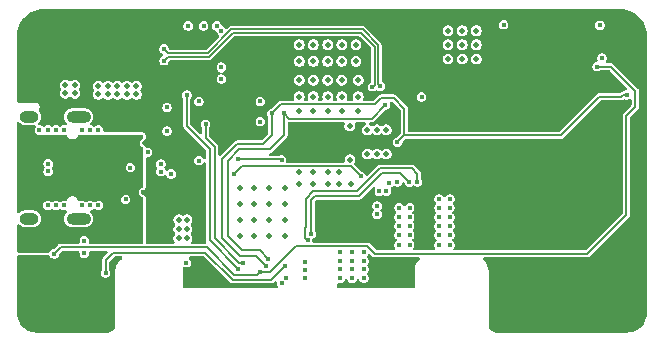
<source format=gbr>
%TF.GenerationSoftware,KiCad,Pcbnew,9.0.7*%
%TF.CreationDate,2026-02-27T18:20:13+01:00*%
%TF.ProjectId,PDNode-PDCard-4242,50444e6f-6465-42d5-9044-436172642d34,rev?*%
%TF.SameCoordinates,Original*%
%TF.FileFunction,Copper,L3,Inr*%
%TF.FilePolarity,Positive*%
%FSLAX46Y46*%
G04 Gerber Fmt 4.6, Leading zero omitted, Abs format (unit mm)*
G04 Created by KiCad (PCBNEW 9.0.7) date 2026-02-27 18:20:13*
%MOMM*%
%LPD*%
G01*
G04 APERTURE LIST*
%TA.AperFunction,ComponentPad*%
%ADD10C,0.700000*%
%TD*%
%TA.AperFunction,ComponentPad*%
%ADD11C,4.400000*%
%TD*%
%TA.AperFunction,HeatsinkPad*%
%ADD12O,2.100000X1.000000*%
%TD*%
%TA.AperFunction,HeatsinkPad*%
%ADD13O,1.600000X1.000000*%
%TD*%
%TA.AperFunction,ViaPad*%
%ADD14C,0.400000*%
%TD*%
%TA.AperFunction,ViaPad*%
%ADD15C,0.500000*%
%TD*%
%TA.AperFunction,Conductor*%
%ADD16C,0.150000*%
%TD*%
%TA.AperFunction,Conductor*%
%ADD17C,0.200000*%
%TD*%
G04 APERTURE END LIST*
D10*
%TO.N,GND*%
%TO.C,H1*%
X1275000Y4950000D03*
X1758274Y6116726D03*
X1758274Y3783274D03*
X2925000Y6600000D03*
D11*
X2925000Y4950000D03*
D10*
X2925000Y3300000D03*
X4091726Y6116726D03*
X4091726Y3783274D03*
X4575000Y4950000D03*
%TD*%
%TO.N,GND*%
%TO.C,H2*%
X1275000Y26950000D03*
X1758274Y28116726D03*
X1758274Y25783274D03*
X2925000Y28600000D03*
D11*
X2925000Y26950000D03*
D10*
X2925000Y25300000D03*
X4091726Y28116726D03*
X4091726Y25783274D03*
X4575000Y26950000D03*
%TD*%
D12*
%TO.N,SHIELD*%
%TO.C,J1*%
X5510000Y20520000D03*
D13*
X1330000Y20520000D03*
D12*
X5510000Y11880000D03*
D13*
X1330000Y11880000D03*
%TD*%
D14*
%TO.N,GND*%
X11700000Y15600000D03*
X11700000Y16800000D03*
X11800000Y9950000D03*
X37500000Y15300000D03*
X36000000Y22100000D03*
%TO.N,/Project Architecture/USB-PD Source Controller/I2C_SDA*%
X15700000Y21800000D03*
%TO.N,GND*%
X14800000Y13700000D03*
D15*
%TO.N,+24V_FILTERED*%
X25400000Y21000000D03*
D14*
X36939330Y13545640D03*
X36939330Y9645640D03*
X36039330Y10495640D03*
D15*
X27800000Y22200000D03*
X25400000Y23600000D03*
X24200000Y25200000D03*
X36800000Y27800000D03*
D14*
X36039330Y11245640D03*
D15*
X27800000Y25200000D03*
X38000000Y26600000D03*
D14*
X36939330Y11245640D03*
D15*
X24200000Y23600000D03*
X26600000Y21000000D03*
X36800000Y25400000D03*
X29200000Y22200000D03*
X29000000Y26600000D03*
X27800000Y26600000D03*
D14*
X36039330Y9645640D03*
D15*
X29975000Y19400000D03*
D14*
X36939330Y12795640D03*
D15*
X30775000Y19400000D03*
X31575000Y19400000D03*
X25400000Y26600000D03*
X25400000Y25200000D03*
D14*
X36039330Y13545640D03*
X36939330Y11995640D03*
D15*
X38000000Y25400000D03*
X24200000Y21000000D03*
X24200000Y26600000D03*
X29200000Y23600000D03*
X39200000Y27800000D03*
X26600000Y25200000D03*
X38000000Y27800000D03*
D14*
X36039330Y12795640D03*
D15*
X25400000Y22200000D03*
X39200000Y25400000D03*
X29000000Y25200000D03*
X26600000Y22200000D03*
X24200000Y22200000D03*
X26600000Y23600000D03*
X27800000Y23600000D03*
X29200000Y21000000D03*
X39200000Y26600000D03*
X27800000Y21000000D03*
X26600000Y26600000D03*
D14*
X36939330Y10495640D03*
D15*
X36800000Y26600000D03*
D14*
X36039330Y11995640D03*
D15*
X28474507Y19736811D03*
D14*
%TO.N,GND*%
X19600000Y25500000D03*
X18900000Y29000000D03*
D15*
X26500000Y16900000D03*
D14*
X20400000Y24800000D03*
X7800000Y4500000D03*
X27300000Y12900000D03*
D15*
X10400000Y29100000D03*
D14*
X30671455Y6401869D03*
D15*
X7200000Y28400000D03*
D14*
X34000000Y21750000D03*
X16000000Y6600000D03*
X9900000Y16200000D03*
X12500000Y18300000D03*
X27300000Y12200000D03*
D15*
X7200000Y29100000D03*
X8800000Y29100000D03*
D14*
X20900000Y20800000D03*
X13500000Y24200000D03*
X27300000Y11500000D03*
D15*
X27798351Y17464383D03*
D14*
X31671455Y6401869D03*
X33050000Y23900000D03*
D15*
X25300000Y16900000D03*
D14*
X52300000Y28350000D03*
X11000000Y14100000D03*
D15*
X10400000Y28400000D03*
D14*
X25800000Y12200000D03*
X29200000Y12900000D03*
X20400000Y25500000D03*
X21100000Y24800000D03*
X32050000Y23900000D03*
X12000000Y14000000D03*
X13200000Y29000000D03*
X52830000Y23659999D03*
X19600000Y24100000D03*
D15*
X29975000Y18100000D03*
D14*
X29200000Y12200000D03*
X32671455Y6401869D03*
X34100000Y23900000D03*
D15*
X8000000Y28400000D03*
X25398351Y18332062D03*
D14*
X33671455Y7751869D03*
D15*
X32400000Y16975000D03*
D14*
X52230000Y25459999D03*
D15*
X31575000Y18600000D03*
X29000000Y18600000D03*
X25300000Y19800000D03*
D14*
X21000000Y19200000D03*
X20400000Y24100000D03*
D15*
X30775000Y18600000D03*
D14*
X28500000Y12900000D03*
X17675000Y6600000D03*
X14300000Y26600000D03*
X31671455Y7051869D03*
D15*
X31575000Y18100000D03*
D14*
X21100000Y24100000D03*
D15*
X9600000Y29100000D03*
D14*
X26600000Y12200000D03*
D15*
X27798351Y18332062D03*
D14*
X33671455Y6401869D03*
X19600000Y24800000D03*
X15800000Y20800000D03*
D15*
X26598351Y18332062D03*
D14*
X800000Y8200000D03*
X32671455Y7751869D03*
D15*
X9600000Y28400000D03*
X8000000Y29100000D03*
D14*
X26600000Y11500000D03*
X25800000Y11500000D03*
X28500000Y12200000D03*
X52830000Y24359999D03*
X16850000Y7400000D03*
D15*
X24198351Y18332062D03*
D14*
X30671455Y7051869D03*
X21100000Y25500000D03*
D15*
X26500000Y19800000D03*
D14*
X30671455Y7751869D03*
X13000000Y20300000D03*
X16850000Y6600000D03*
X7000000Y5300000D03*
X31671455Y7751869D03*
D15*
X24100000Y19800000D03*
X24100000Y16900000D03*
X30775000Y18100000D03*
X29975000Y18600000D03*
X32400000Y19675000D03*
D14*
X16000000Y7350000D03*
X13627977Y17111882D03*
D15*
X8800000Y28400000D03*
D14*
X11100000Y18300000D03*
X32671455Y7051869D03*
D15*
X27800000Y19200000D03*
D14*
X26600000Y12900000D03*
X25800000Y12900000D03*
X33671455Y7051869D03*
D15*
%TO.N,/Project Architecture/USB-PD Source Controller/PD_OUT*%
X23000000Y14500000D03*
X21600000Y14500000D03*
X28484363Y16874240D03*
X14000000Y10200000D03*
X20400000Y10400000D03*
X26600000Y14800000D03*
X31575000Y17350000D03*
X14000000Y11800000D03*
X23000000Y11750000D03*
X23000000Y10400000D03*
X21600000Y10400000D03*
X27600000Y15800000D03*
X25400000Y14800000D03*
X26600000Y15800000D03*
X24200000Y15800000D03*
X28600000Y14800000D03*
X30775000Y17350000D03*
X19200000Y10400000D03*
X20400000Y11750000D03*
X27600000Y14800000D03*
X14700000Y11000000D03*
X29975000Y17350000D03*
X19200000Y13150000D03*
X20400000Y13150000D03*
X14000000Y11000000D03*
X25400000Y15800000D03*
X21600000Y13150000D03*
X21600000Y11750000D03*
X19200000Y11750000D03*
X14700000Y10200000D03*
X23000000Y13150000D03*
X20400000Y14500000D03*
X24200000Y14800000D03*
X19200000Y14500000D03*
X14700000Y11800000D03*
D14*
%TO.N,/Project Architecture/USB-PD Source Controller/VDRV*%
X41500000Y28300000D03*
X34550000Y22200000D03*
%TO.N,+5V*%
X16100000Y28200000D03*
X17600000Y27800000D03*
X14800000Y28200000D03*
X23050000Y6850000D03*
X32508538Y14997753D03*
X17200000Y28200000D03*
X22700000Y6450000D03*
X14650000Y8150000D03*
%TO.N,+3.3V*%
X17600000Y23700000D03*
X49830000Y25459999D03*
X20900000Y20100000D03*
X20900000Y21800000D03*
X13000000Y19300000D03*
X13000000Y21300000D03*
X17600000Y24700000D03*
%TO.N,/Project Architecture/USB-PD Source Controller/PD_CC2*%
X13350000Y15664999D03*
X29450000Y15450000D03*
X18700000Y15664999D03*
%TO.N,/Project Architecture/USB-PD Source Controller/USB_D+*%
X12478531Y15865507D03*
X2944460Y15875000D03*
X30973574Y14199000D03*
%TO.N,/Project Architecture/USB-PD Source Controller/USB_D-*%
X2935106Y16523537D03*
X12475000Y16500000D03*
X31575000Y14200000D03*
%TO.N,/Project Architecture/USB-PD Source Controller/PD_CC1*%
X31808751Y14900000D03*
X22700000Y16850000D03*
X15700000Y16800000D03*
X19000000Y16900000D03*
%TO.N,/Project Architecture/USB-PD Source Controller/I2C_SDA*%
X25200000Y10600000D03*
X33521446Y14971446D03*
X19000000Y7650000D03*
X14681389Y22342319D03*
%TO.N,/Project Architecture/USB-PD Source Controller/PD_ENABLE*%
X21350000Y7900000D03*
X51930000Y22359999D03*
X32503707Y18333632D03*
X21859898Y20782909D03*
%TO.N,/Project Architecture/USB-PD Source Controller/PD_ATTACH*%
X31500000Y21500000D03*
X22900000Y20800000D03*
X21550000Y8500000D03*
D15*
%TO.N,GND_USB*%
X10400000Y22400000D03*
X8800000Y22400000D03*
D14*
X4300000Y13000000D03*
X2200000Y19400000D03*
D15*
X5200000Y23200000D03*
X8000000Y23100000D03*
D14*
X3600000Y19400000D03*
X7200000Y13000000D03*
D15*
X7200000Y23100000D03*
X4400000Y23200000D03*
X10400000Y23100000D03*
D14*
X5800000Y19400000D03*
X6500000Y13000000D03*
X5800000Y13000000D03*
D15*
X8000000Y22400000D03*
D14*
X2900000Y19400000D03*
D15*
X5200000Y22500000D03*
X7200000Y22400000D03*
D14*
X2900000Y13000000D03*
X6000000Y10000000D03*
X6000000Y8950000D03*
D15*
X9600000Y22400000D03*
D14*
X6500000Y19400000D03*
X7200000Y19400000D03*
X3600000Y13000000D03*
D15*
X4400000Y22500000D03*
D14*
X4300000Y19400000D03*
D15*
X8800000Y23100000D03*
X9600000Y23100000D03*
D14*
%TO.N,/Project Architecture/USB-PD Source Controller/VBUS*%
X4900000Y13986000D03*
X5811719Y13797973D03*
X2900000Y13797973D03*
D15*
X8746957Y10198351D03*
D14*
X8400000Y18600000D03*
X6500000Y18600000D03*
X2900000Y18600000D03*
X5800000Y18600000D03*
X8411719Y13797973D03*
D15*
X8746957Y11798351D03*
D14*
X7811719Y13797973D03*
X7200000Y18600000D03*
X3600000Y13797973D03*
X2200000Y13797973D03*
X4199746Y13986000D03*
X4276308Y18414000D03*
D15*
X8046957Y10998351D03*
X8046957Y10198351D03*
D14*
X3600000Y18600000D03*
D15*
X8746957Y10998351D03*
X8046957Y11798351D03*
D14*
X6511719Y13797973D03*
X5100000Y18414000D03*
X7211719Y13797973D03*
X2200000Y18600000D03*
X7800000Y18600000D03*
%TO.N,/Project Architecture/USB-PD Source Controller/CC1*%
X11359586Y17494265D03*
%TO.N,/Project Architecture/USB-PD Source Controller/CC2*%
X9500000Y13500000D03*
%TO.N,/Project Architecture/Board Connector and Supplies/VBUS_VMON_PORT0*%
X22950000Y7850000D03*
X7800000Y7290000D03*
%TO.N,Net-(D2-Pad2)*%
X49650000Y28250000D03*
%TO.N,+24V*%
X28677175Y7599997D03*
X33550000Y10500000D03*
X28675703Y9030818D03*
X32650000Y10500000D03*
X29674231Y9036639D03*
X30800000Y12950000D03*
X33550000Y9650000D03*
X27674297Y8269182D03*
X28675000Y8275000D03*
X27675769Y6838361D03*
X33550000Y12800000D03*
X32650000Y11250000D03*
X27676472Y7594179D03*
X32650000Y12800000D03*
X32650000Y9650000D03*
X24675000Y7550000D03*
X29675703Y7605818D03*
X27675000Y9025000D03*
X30800000Y12250000D03*
X28676472Y6844179D03*
X24675000Y8225000D03*
X29673528Y8280821D03*
X24675000Y6850000D03*
X29675000Y6850000D03*
X33550000Y12000000D03*
X32650000Y12000000D03*
X33550000Y11250000D03*
%TO.N,/Project Architecture/Board Connector and Supplies/PORT_EN*%
X3450000Y8900000D03*
X49430000Y24759999D03*
X20850000Y7350000D03*
%TO.N,/Project Architecture/USB-PD Source Controller/ISEN+*%
X12750000Y25250000D03*
X30400000Y23050000D03*
%TO.N,/Project Architecture/USB-PD Source Controller/ISEN-*%
X12750000Y26250000D03*
X31050000Y23100000D03*
%TO.N,/Project Architecture/USB-PD Source Controller/I2C_SCL*%
X24900000Y10037639D03*
X34200000Y15000000D03*
X19400000Y8150000D03*
X16262500Y19875000D03*
%TD*%
D16*
%TO.N,/Project Architecture/USB-PD Source Controller/PD_CC2*%
X18700000Y15664999D02*
X19361001Y16326000D01*
X19361001Y16326000D02*
X28574000Y16326000D01*
X28574000Y16326000D02*
X29450000Y15450000D01*
D17*
%TO.N,/Project Architecture/USB-PD Source Controller/PD_CC1*%
X19000000Y16900000D02*
X22650000Y16900000D01*
X22650000Y16900000D02*
X22700000Y16850000D01*
%TO.N,/Project Architecture/USB-PD Source Controller/I2C_SDA*%
X29250000Y13800000D02*
X25550000Y13800000D01*
X31200000Y15750000D02*
X29250000Y13800000D01*
X25200000Y13450000D02*
X25200000Y10600000D01*
X19000000Y7650000D02*
X16600000Y10050000D01*
X25550000Y13800000D02*
X25200000Y13450000D01*
X16600000Y17800000D02*
X14681389Y19718611D01*
X33521446Y14971446D02*
X32742892Y15750000D01*
X14681389Y19718611D02*
X14681389Y22342319D01*
X16600000Y10050000D02*
X16600000Y17800000D01*
X32742892Y15750000D02*
X31200000Y15750000D01*
%TO.N,/Project Architecture/USB-PD Source Controller/PD_ENABLE*%
X51609999Y22359999D02*
X51930000Y22359999D01*
X17700000Y10200000D02*
X17700000Y16950000D01*
X46329925Y18929925D02*
X49600000Y22200000D01*
X33100000Y18929925D02*
X46329925Y18929925D01*
X21859898Y18959898D02*
X21859898Y20782909D01*
X49600000Y22200000D02*
X51450000Y22200000D01*
X21350000Y7900000D02*
X20500000Y8750000D01*
X32200000Y22100000D02*
X33100000Y21200000D01*
X51450000Y22200000D02*
X51609999Y22359999D01*
X30601000Y21551000D02*
X31150000Y22100000D01*
X17700000Y16950000D02*
X18950000Y18200000D01*
X22627989Y21551000D02*
X30601000Y21551000D01*
X20500000Y8750000D02*
X19150000Y8750000D01*
X18950000Y18200000D02*
X21100000Y18200000D01*
X21100000Y18200000D02*
X21859898Y18959898D01*
X33100000Y21200000D02*
X33100000Y18929925D01*
X31150000Y22100000D02*
X32200000Y22100000D01*
X33100000Y18929925D02*
X32503707Y18333632D01*
X21859898Y20782909D02*
X22627989Y21551000D01*
X19150000Y8750000D02*
X17700000Y10200000D01*
%TO.N,/Project Architecture/USB-PD Source Controller/PD_ATTACH*%
X18150000Y10400000D02*
X18150000Y16800000D01*
X23350000Y20350000D02*
X30350000Y20350000D01*
X18150000Y16800000D02*
X19100000Y17750000D01*
X20850000Y9200000D02*
X19350000Y9200000D01*
X22900000Y18950000D02*
X22900000Y20800000D01*
X21700000Y17750000D02*
X22900000Y18950000D01*
X22900000Y20800000D02*
X23350000Y20350000D01*
X19100000Y17750000D02*
X21700000Y17750000D01*
X30350000Y20350000D02*
X31500000Y21500000D01*
X19350000Y9200000D02*
X18150000Y10400000D01*
X21550000Y8500000D02*
X20850000Y9200000D01*
%TO.N,/Project Architecture/Board Connector and Supplies/VBUS_VMON_PORT0*%
X7800000Y8350000D02*
X7800000Y7290000D01*
X21800000Y6700000D02*
X18550000Y6700000D01*
X16250000Y9000000D02*
X8450000Y9000000D01*
X22950000Y7850000D02*
X21800000Y6700000D01*
X18550000Y6700000D02*
X16250000Y9000000D01*
X8450000Y9000000D02*
X7800000Y8350000D01*
%TO.N,/Project Architecture/Board Connector and Supplies/PORT_EN*%
X52650000Y21350000D02*
X52650000Y22700000D01*
X4000000Y9450000D02*
X3450000Y8900000D01*
X18701000Y7149000D02*
X16400000Y9450000D01*
X30600000Y8900000D02*
X48600000Y8900000D01*
X48600000Y8900000D02*
X51900000Y12200000D01*
X16400000Y9450000D02*
X4000000Y9450000D01*
X23887639Y9537639D02*
X29962361Y9537639D01*
X20850000Y7350000D02*
X21700000Y7350000D01*
X50590001Y24759999D02*
X49430000Y24759999D01*
X20850000Y7350000D02*
X20649000Y7149000D01*
X51900000Y12200000D02*
X51900000Y20600000D01*
X21700000Y7350000D02*
X23887639Y9537639D01*
X20649000Y7149000D02*
X18701000Y7149000D01*
X29962361Y9537639D02*
X30600000Y8900000D01*
X52650000Y22700000D02*
X50590001Y24759999D01*
X51900000Y20600000D02*
X52650000Y21350000D01*
D16*
%TO.N,/Project Architecture/USB-PD Source Controller/ISEN+*%
X29437370Y27598800D02*
X18562630Y27598800D01*
X30583559Y23233559D02*
X30583559Y26452611D01*
X13098799Y25598799D02*
X12750000Y25250000D01*
X30400000Y23050000D02*
X30583559Y23233559D01*
X16562629Y25598799D02*
X13098799Y25598799D01*
X18562630Y27598800D02*
X16562629Y25598799D01*
X30583559Y26452611D02*
X29437370Y27598800D01*
%TO.N,/Project Architecture/USB-PD Source Controller/ISEN-*%
X29562630Y27901200D02*
X18437370Y27901200D01*
X31050000Y23100000D02*
X30885961Y23264039D01*
X13098799Y25901201D02*
X12750000Y26250000D01*
X30885961Y26577869D02*
X29562630Y27901200D01*
X16437371Y25901201D02*
X13098799Y25901201D01*
X18437370Y27901200D02*
X16437371Y25901201D01*
X30885961Y23264039D02*
X30885961Y26577869D01*
D17*
%TO.N,/Project Architecture/USB-PD Source Controller/I2C_SCL*%
X24699000Y10238639D02*
X24900000Y10037639D01*
X25400000Y14200000D02*
X24750000Y13550000D01*
X17050000Y17950000D02*
X17050000Y10200000D01*
X16262500Y19875000D02*
X16262500Y18737500D01*
X17050000Y10200000D02*
X19100000Y8150000D01*
X24699000Y11099000D02*
X24699000Y10238639D01*
X34200000Y15000000D02*
X34200000Y15700000D01*
X19100000Y8150000D02*
X19400000Y8150000D01*
X29100000Y14200000D02*
X25400000Y14200000D01*
X24750000Y13550000D02*
X24750000Y11150000D01*
X31050000Y16150000D02*
X29100000Y14200000D01*
X34200000Y15700000D02*
X33750000Y16150000D01*
X16262500Y18737500D02*
X17050000Y17950000D01*
X33750000Y16150000D02*
X31050000Y16150000D01*
X24750000Y11150000D02*
X24699000Y11099000D01*
%TD*%
%TA.AperFunction,Conductor*%
%TO.N,GND*%
G36*
X5540791Y9126615D02*
G01*
X5586546Y9073811D01*
X5595916Y9011275D01*
X5596300Y9011275D01*
X5596300Y9008712D01*
X5596690Y9006109D01*
X5596300Y9003148D01*
X5596300Y8896852D01*
X5623811Y8794177D01*
X5676959Y8702122D01*
X5752122Y8626959D01*
X5844177Y8573811D01*
X5946852Y8546300D01*
X5946854Y8546300D01*
X6053146Y8546300D01*
X6053148Y8546300D01*
X6155823Y8573811D01*
X6247878Y8626959D01*
X6323041Y8702122D01*
X6376189Y8794177D01*
X6403700Y8896852D01*
X6403700Y9003148D01*
X6403310Y9006109D01*
X6403700Y9008611D01*
X6403700Y9011275D01*
X6404115Y9011275D01*
X6414072Y9075145D01*
X6460450Y9127403D01*
X6526248Y9146300D01*
X7867441Y9146300D01*
X7934480Y9126615D01*
X7980235Y9073811D01*
X7990179Y9004653D01*
X7961154Y8941097D01*
X7955122Y8934619D01*
X7556981Y8536479D01*
X7556979Y8536476D01*
X7516994Y8467222D01*
X7496300Y8389987D01*
X7496300Y7604603D01*
X7479687Y7542603D01*
X7423812Y7445826D01*
X7423812Y7445825D01*
X7423811Y7445823D01*
X7396300Y7343148D01*
X7396300Y7236852D01*
X7423811Y7134177D01*
X7476959Y7042122D01*
X7552122Y6966959D01*
X7644177Y6913811D01*
X7746852Y6886300D01*
X7746854Y6886300D01*
X7853146Y6886300D01*
X7853148Y6886300D01*
X7955823Y6913811D01*
X8047878Y6966959D01*
X8123041Y7042122D01*
X8176189Y7134177D01*
X8203700Y7236852D01*
X8203700Y7343148D01*
X8176189Y7445823D01*
X8123041Y7537878D01*
X8123040Y7537879D01*
X8120313Y7542603D01*
X8103700Y7604603D01*
X8103700Y8172841D01*
X8123385Y8239880D01*
X8140019Y8260522D01*
X8539478Y8659981D01*
X8600801Y8693466D01*
X8627159Y8696300D01*
X9088160Y8696300D01*
X9155199Y8676615D01*
X9200954Y8623811D01*
X9210898Y8554653D01*
X9181873Y8491097D01*
X9160714Y8471742D01*
X9080750Y8414047D01*
X8935105Y8269201D01*
X8935100Y8269195D01*
X8814000Y8103277D01*
X8720445Y7920405D01*
X8656760Y7725108D01*
X8624525Y7522250D01*
X8624523Y7522233D01*
X8624510Y7466980D01*
X8624500Y7466808D01*
X8624500Y2931093D01*
X8623903Y2918939D01*
X8623903Y2918938D01*
X8612256Y2800689D01*
X8607514Y2776849D01*
X8574798Y2668998D01*
X8565495Y2646539D01*
X8512370Y2547151D01*
X8498866Y2526941D01*
X8427369Y2439821D01*
X8410179Y2422631D01*
X8323059Y2351134D01*
X8302849Y2337630D01*
X8203461Y2284505D01*
X8181002Y2275202D01*
X8073151Y2242486D01*
X8049311Y2237744D01*
X7962215Y2229166D01*
X7931060Y2226097D01*
X7918907Y2225500D01*
X2004428Y2225500D01*
X1995582Y2225816D01*
X1766982Y2242166D01*
X1749470Y2244684D01*
X1529862Y2292457D01*
X1512887Y2297441D01*
X1302311Y2375981D01*
X1286217Y2383331D01*
X1088963Y2491041D01*
X1074080Y2500606D01*
X894163Y2635290D01*
X880792Y2646876D01*
X721875Y2805793D01*
X710289Y2819164D01*
X575605Y2999081D01*
X566040Y3013964D01*
X458330Y3211218D01*
X450983Y3227306D01*
X372437Y3437897D01*
X367458Y3454856D01*
X319683Y3674471D01*
X317165Y3691983D01*
X300816Y3920582D01*
X300500Y3929428D01*
X300500Y8667300D01*
X320185Y8734339D01*
X372989Y8780094D01*
X424500Y8791300D01*
X2973680Y8791300D01*
X2973680Y8789752D01*
X3035663Y8775507D01*
X3082355Y8729378D01*
X3084480Y8725697D01*
X3126959Y8652122D01*
X3202122Y8576959D01*
X3294177Y8523811D01*
X3396852Y8496300D01*
X3396854Y8496300D01*
X3503146Y8496300D01*
X3503148Y8496300D01*
X3605823Y8523811D01*
X3697878Y8576959D01*
X3773041Y8652122D01*
X3826189Y8744177D01*
X3853700Y8846852D01*
X3853700Y8846855D01*
X3855111Y8852121D01*
X3887203Y8907708D01*
X4089477Y9109981D01*
X4150800Y9143466D01*
X4177158Y9146300D01*
X5473752Y9146300D01*
X5540791Y9126615D01*
G37*
%TD.AperFunction*%
%TA.AperFunction,Conductor*%
G36*
X51428736Y29624274D02*
G01*
X51682638Y29608916D01*
X51697495Y29607112D01*
X51944000Y29561939D01*
X51958536Y29558356D01*
X52197791Y29483800D01*
X52211788Y29478492D01*
X52440319Y29375639D01*
X52453578Y29368680D01*
X52560808Y29303857D01*
X52668045Y29239030D01*
X52680356Y29230532D01*
X52877636Y29075973D01*
X52888844Y29066043D01*
X53066042Y28888845D01*
X53075972Y28877637D01*
X53212243Y28703700D01*
X53230527Y28680363D01*
X53239033Y28668040D01*
X53368679Y28453579D01*
X53375638Y28440320D01*
X53478491Y28211789D01*
X53483800Y28197789D01*
X53558354Y27958539D01*
X53561938Y27943999D01*
X53607110Y27697500D01*
X53608915Y27682636D01*
X53624274Y27428737D01*
X53624500Y27421250D01*
X53624500Y3929428D01*
X53624184Y3920582D01*
X53607834Y3691983D01*
X53605316Y3674471D01*
X53557543Y3454863D01*
X53552559Y3437888D01*
X53474019Y3227312D01*
X53466669Y3211218D01*
X53358959Y3013964D01*
X53349394Y2999081D01*
X53214710Y2819164D01*
X53203124Y2805793D01*
X53044207Y2646876D01*
X53030836Y2635290D01*
X52850919Y2500606D01*
X52836036Y2491041D01*
X52638782Y2383331D01*
X52622688Y2375981D01*
X52412112Y2297441D01*
X52395137Y2292457D01*
X52175529Y2244684D01*
X52158017Y2242166D01*
X51929418Y2225816D01*
X51920572Y2225500D01*
X40931093Y2225500D01*
X40918939Y2226097D01*
X40868081Y2231107D01*
X40800688Y2237744D01*
X40776848Y2242486D01*
X40668997Y2275202D01*
X40646541Y2284504D01*
X40547150Y2337630D01*
X40526940Y2351134D01*
X40439820Y2422631D01*
X40422630Y2439821D01*
X40351133Y2526941D01*
X40337629Y2547151D01*
X40298441Y2620466D01*
X40284501Y2646547D01*
X40275201Y2668998D01*
X40255881Y2732689D01*
X40242483Y2776855D01*
X40237744Y2800683D01*
X40226097Y2918939D01*
X40225500Y2931093D01*
X40225500Y7467786D01*
X40225474Y7468169D01*
X40225467Y7497963D01*
X40225462Y7522752D01*
X40222362Y7542262D01*
X40204746Y7653145D01*
X40193243Y7725549D01*
X40129600Y7920777D01*
X40080908Y8015996D01*
X40036112Y8103597D01*
X40028992Y8113357D01*
X39915090Y8269488D01*
X39911039Y8273519D01*
X39799610Y8384405D01*
X39765976Y8445646D01*
X39770790Y8515349D01*
X39812524Y8571385D01*
X39877929Y8595962D01*
X39887077Y8596300D01*
X48639980Y8596300D01*
X48639983Y8596300D01*
X48686949Y8608884D01*
X48717221Y8616995D01*
X48717221Y8616996D01*
X48717224Y8616996D01*
X48786476Y8656979D01*
X52143021Y12013524D01*
X52183004Y12082776D01*
X52203700Y12160017D01*
X52203700Y12239984D01*
X52203700Y20422843D01*
X52223385Y20489882D01*
X52240015Y20510520D01*
X52826266Y21096772D01*
X52826271Y21096775D01*
X52836474Y21106979D01*
X52836476Y21106979D01*
X52893021Y21163524D01*
X52933004Y21232776D01*
X52953700Y21310017D01*
X52953700Y22650014D01*
X52953701Y22650027D01*
X52953701Y22739981D01*
X52953701Y22739983D01*
X52933004Y22817224D01*
X52893021Y22886476D01*
X50776477Y25003020D01*
X50717709Y25036950D01*
X50707222Y25043005D01*
X50629987Y25063699D01*
X50629984Y25063699D01*
X50282124Y25063699D01*
X50215085Y25083384D01*
X50169330Y25136188D01*
X50159386Y25205346D01*
X50174737Y25249699D01*
X50205595Y25303148D01*
X50206189Y25304176D01*
X50233700Y25406851D01*
X50233700Y25513147D01*
X50206189Y25615822D01*
X50153041Y25707877D01*
X50077878Y25783040D01*
X49985823Y25836188D01*
X49883148Y25863699D01*
X49776852Y25863699D01*
X49674177Y25836188D01*
X49674175Y25836187D01*
X49674174Y25836187D01*
X49582125Y25783042D01*
X49582119Y25783038D01*
X49506961Y25707880D01*
X49506957Y25707874D01*
X49453812Y25615825D01*
X49453812Y25615824D01*
X49453811Y25615822D01*
X49426300Y25513147D01*
X49426300Y25406851D01*
X49451681Y25312122D01*
X49450019Y25242274D01*
X49410856Y25184412D01*
X49364001Y25160256D01*
X49307693Y25145169D01*
X49274177Y25136188D01*
X49274176Y25136188D01*
X49274174Y25136187D01*
X49182125Y25083042D01*
X49182119Y25083038D01*
X49106961Y25007880D01*
X49106957Y25007874D01*
X49053812Y24915825D01*
X49053812Y24915824D01*
X49053811Y24915822D01*
X49026300Y24813147D01*
X49026300Y24706851D01*
X49053811Y24604176D01*
X49106959Y24512121D01*
X49182122Y24436958D01*
X49274177Y24383810D01*
X49376852Y24356299D01*
X49376854Y24356299D01*
X49483146Y24356299D01*
X49483148Y24356299D01*
X49585823Y24383810D01*
X49677878Y24436958D01*
X49677878Y24436959D01*
X49682603Y24439686D01*
X49744603Y24456299D01*
X50412842Y24456299D01*
X50479881Y24436614D01*
X50500523Y24419980D01*
X51946435Y22974068D01*
X51979920Y22912745D01*
X51974936Y22843053D01*
X51933064Y22787120D01*
X51884311Y22767260D01*
X51884702Y22765802D01*
X51876853Y22763699D01*
X51876852Y22763699D01*
X51774177Y22736188D01*
X51774175Y22736187D01*
X51774174Y22736187D01*
X51677397Y22680312D01*
X51615397Y22663699D01*
X51570012Y22663699D01*
X51492777Y22643005D01*
X51423523Y22603020D01*
X51423520Y22603018D01*
X51360522Y22540019D01*
X51299199Y22506534D01*
X51272841Y22503700D01*
X49560016Y22503700D01*
X49482774Y22483004D01*
X49413524Y22443021D01*
X49413521Y22443019D01*
X46240447Y19269944D01*
X46179124Y19236459D01*
X46152766Y19233625D01*
X33527700Y19233625D01*
X33460661Y19253310D01*
X33414906Y19306114D01*
X33403700Y19357625D01*
X33403700Y21239980D01*
X33403699Y21239987D01*
X33383005Y21317222D01*
X33367442Y21344177D01*
X33343021Y21386476D01*
X33286476Y21443021D01*
X33282145Y21447352D01*
X33282134Y21447362D01*
X32555903Y22173594D01*
X32476349Y22253148D01*
X34146300Y22253148D01*
X34146300Y22146852D01*
X34173811Y22044177D01*
X34173812Y22044176D01*
X34173812Y22044175D01*
X34183314Y22027717D01*
X34226959Y21952122D01*
X34302122Y21876959D01*
X34394177Y21823811D01*
X34496852Y21796300D01*
X34496854Y21796300D01*
X34603146Y21796300D01*
X34603148Y21796300D01*
X34705823Y21823811D01*
X34797878Y21876959D01*
X34873041Y21952122D01*
X34926189Y22044177D01*
X34953700Y22146852D01*
X34953700Y22253148D01*
X34926189Y22355823D01*
X34873041Y22447878D01*
X34797878Y22523041D01*
X34705823Y22576189D01*
X34603148Y22603700D01*
X34496852Y22603700D01*
X34394177Y22576189D01*
X34394175Y22576188D01*
X34394174Y22576188D01*
X34302125Y22523043D01*
X34302119Y22523039D01*
X34226961Y22447881D01*
X34226957Y22447875D01*
X34173812Y22355826D01*
X34173812Y22355825D01*
X34173811Y22355823D01*
X34146300Y22253148D01*
X32476349Y22253148D01*
X32386478Y22343019D01*
X32386477Y22343020D01*
X32386476Y22343021D01*
X32330876Y22375122D01*
X32317221Y22383006D01*
X32239986Y22403700D01*
X32239983Y22403700D01*
X31189983Y22403700D01*
X31110016Y22403700D01*
X31110014Y22403700D01*
X31045733Y22386476D01*
X31045732Y22386477D01*
X31032777Y22383005D01*
X31032776Y22383005D01*
X30963524Y22343021D01*
X30963521Y22343019D01*
X30511522Y21891019D01*
X30450199Y21857534D01*
X30423841Y21854700D01*
X29737870Y21854700D01*
X29670831Y21874385D01*
X29625076Y21927189D01*
X29615132Y21996347D01*
X29620796Y22016996D01*
X29620677Y22017028D01*
X29622779Y22024877D01*
X29622781Y22024878D01*
X29653700Y22140269D01*
X29653700Y22259731D01*
X29622781Y22375122D01*
X29563050Y22478578D01*
X29478578Y22563050D01*
X29375122Y22622781D01*
X29259731Y22653700D01*
X29140269Y22653700D01*
X29024878Y22622781D01*
X29024876Y22622781D01*
X29024876Y22622780D01*
X28921422Y22563050D01*
X28921419Y22563048D01*
X28836952Y22478581D01*
X28836950Y22478578D01*
X28777219Y22375122D01*
X28746300Y22259731D01*
X28746300Y22140269D01*
X28777219Y22024878D01*
X28777220Y22024877D01*
X28779323Y22017028D01*
X28777718Y22016599D01*
X28784159Y21956680D01*
X28752883Y21894202D01*
X28692793Y21858551D01*
X28662130Y21854700D01*
X28337870Y21854700D01*
X28270831Y21874385D01*
X28225076Y21927189D01*
X28215132Y21996347D01*
X28220796Y22016996D01*
X28220677Y22017028D01*
X28222779Y22024877D01*
X28222781Y22024878D01*
X28253700Y22140269D01*
X28253700Y22259731D01*
X28222781Y22375122D01*
X28163050Y22478578D01*
X28078578Y22563050D01*
X27975122Y22622781D01*
X27859731Y22653700D01*
X27740269Y22653700D01*
X27624878Y22622781D01*
X27624876Y22622781D01*
X27624876Y22622780D01*
X27521422Y22563050D01*
X27521419Y22563048D01*
X27436952Y22478581D01*
X27436950Y22478578D01*
X27377219Y22375122D01*
X27346300Y22259731D01*
X27346300Y22140269D01*
X27377219Y22024878D01*
X27377220Y22024877D01*
X27379323Y22017028D01*
X27377718Y22016599D01*
X27380197Y21993534D01*
X27384868Y21961053D01*
X27383913Y21958964D01*
X27384159Y21956680D01*
X27369473Y21927345D01*
X27355843Y21897497D01*
X27353910Y21896256D01*
X27352883Y21894202D01*
X27324668Y21877463D01*
X27297065Y21859723D01*
X27294033Y21859288D01*
X27292793Y21858551D01*
X27262130Y21854700D01*
X27137870Y21854700D01*
X27070831Y21874385D01*
X27025076Y21927189D01*
X27015132Y21996347D01*
X27020796Y22016996D01*
X27020677Y22017028D01*
X27022779Y22024877D01*
X27022781Y22024878D01*
X27053700Y22140269D01*
X27053700Y22259731D01*
X27022781Y22375122D01*
X26963050Y22478578D01*
X26878578Y22563050D01*
X26775122Y22622781D01*
X26659731Y22653700D01*
X26540269Y22653700D01*
X26424878Y22622781D01*
X26424876Y22622781D01*
X26424876Y22622780D01*
X26321422Y22563050D01*
X26321419Y22563048D01*
X26236952Y22478581D01*
X26236950Y22478578D01*
X26177219Y22375122D01*
X26146300Y22259731D01*
X26146300Y22140269D01*
X26177219Y22024878D01*
X26177220Y22024877D01*
X26179323Y22017028D01*
X26177718Y22016599D01*
X26180197Y21993534D01*
X26184868Y21961053D01*
X26183913Y21958964D01*
X26184159Y21956680D01*
X26169473Y21927345D01*
X26155843Y21897497D01*
X26153910Y21896256D01*
X26152883Y21894202D01*
X26124668Y21877463D01*
X26097065Y21859723D01*
X26094033Y21859288D01*
X26092793Y21858551D01*
X26062130Y21854700D01*
X25937870Y21854700D01*
X25870831Y21874385D01*
X25825076Y21927189D01*
X25815132Y21996347D01*
X25820796Y22016996D01*
X25820677Y22017028D01*
X25822779Y22024877D01*
X25822781Y22024878D01*
X25853700Y22140269D01*
X25853700Y22259731D01*
X25822781Y22375122D01*
X25763050Y22478578D01*
X25678578Y22563050D01*
X25575122Y22622781D01*
X25459731Y22653700D01*
X25340269Y22653700D01*
X25224878Y22622781D01*
X25224876Y22622781D01*
X25224876Y22622780D01*
X25121422Y22563050D01*
X25121419Y22563048D01*
X25036952Y22478581D01*
X25036950Y22478578D01*
X24977219Y22375122D01*
X24946300Y22259731D01*
X24946300Y22140269D01*
X24977219Y22024878D01*
X24977220Y22024877D01*
X24979323Y22017028D01*
X24977718Y22016599D01*
X24980197Y21993534D01*
X24984868Y21961053D01*
X24983913Y21958964D01*
X24984159Y21956680D01*
X24969473Y21927345D01*
X24955843Y21897497D01*
X24953910Y21896256D01*
X24952883Y21894202D01*
X24924668Y21877463D01*
X24897065Y21859723D01*
X24894033Y21859288D01*
X24892793Y21858551D01*
X24862130Y21854700D01*
X24737870Y21854700D01*
X24670831Y21874385D01*
X24625076Y21927189D01*
X24615132Y21996347D01*
X24620796Y22016996D01*
X24620677Y22017028D01*
X24622779Y22024877D01*
X24622781Y22024878D01*
X24653700Y22140269D01*
X24653700Y22259731D01*
X24622781Y22375122D01*
X24563050Y22478578D01*
X24478578Y22563050D01*
X24375122Y22622781D01*
X24259731Y22653700D01*
X24140269Y22653700D01*
X24024878Y22622781D01*
X24024876Y22622781D01*
X24024876Y22622780D01*
X23921422Y22563050D01*
X23921419Y22563048D01*
X23836952Y22478581D01*
X23836950Y22478578D01*
X23777219Y22375122D01*
X23746300Y22259731D01*
X23746300Y22140269D01*
X23777219Y22024878D01*
X23777220Y22024877D01*
X23779323Y22017028D01*
X23777718Y22016599D01*
X23784159Y21956680D01*
X23752883Y21894202D01*
X23692793Y21858551D01*
X23662130Y21854700D01*
X22588002Y21854700D01*
X22510767Y21834006D01*
X22441513Y21794021D01*
X22441510Y21794019D01*
X21867606Y21220115D01*
X21812019Y21188021D01*
X21788660Y21181762D01*
X21704075Y21159098D01*
X21704074Y21159098D01*
X21704072Y21159097D01*
X21612023Y21105952D01*
X21612017Y21105948D01*
X21536859Y21030790D01*
X21536855Y21030784D01*
X21483710Y20938735D01*
X21483710Y20938734D01*
X21483709Y20938732D01*
X21456198Y20836057D01*
X21456198Y20729761D01*
X21483709Y20627086D01*
X21536857Y20535031D01*
X21536859Y20535029D01*
X21539585Y20530308D01*
X21556198Y20468307D01*
X21556198Y19137057D01*
X21536513Y19070018D01*
X21519879Y19049376D01*
X21010522Y18540019D01*
X20949199Y18506534D01*
X20922841Y18503700D01*
X18910013Y18503700D01*
X18832778Y18483006D01*
X18763524Y18443021D01*
X18763521Y18443019D01*
X17565381Y17244878D01*
X17504058Y17211393D01*
X17434366Y17216377D01*
X17378433Y17258249D01*
X17354016Y17323713D01*
X17353700Y17332559D01*
X17353700Y17989980D01*
X17353699Y17989987D01*
X17333005Y18067222D01*
X17330593Y18071399D01*
X17293021Y18136476D01*
X17236476Y18193021D01*
X17232145Y18197352D01*
X17232134Y18197362D01*
X16602519Y18826978D01*
X16569034Y18888301D01*
X16566200Y18914659D01*
X16566200Y19560398D01*
X16582813Y19622399D01*
X16585538Y19627120D01*
X16585541Y19627122D01*
X16638689Y19719177D01*
X16666200Y19821852D01*
X16666200Y19928148D01*
X16638689Y20030823D01*
X16585541Y20122878D01*
X16555271Y20153148D01*
X20496300Y20153148D01*
X20496300Y20046852D01*
X20523811Y19944177D01*
X20523812Y19944176D01*
X20523812Y19944175D01*
X20534706Y19925307D01*
X20576959Y19852122D01*
X20652122Y19776959D01*
X20744177Y19723811D01*
X20846852Y19696300D01*
X20846854Y19696300D01*
X20953146Y19696300D01*
X20953148Y19696300D01*
X21055823Y19723811D01*
X21147878Y19776959D01*
X21223041Y19852122D01*
X21276189Y19944177D01*
X21303700Y20046852D01*
X21303700Y20153148D01*
X21276189Y20255823D01*
X21223041Y20347878D01*
X21147878Y20423041D01*
X21055823Y20476189D01*
X20953148Y20503700D01*
X20846852Y20503700D01*
X20744177Y20476189D01*
X20744175Y20476188D01*
X20744174Y20476188D01*
X20652125Y20423043D01*
X20652119Y20423039D01*
X20576961Y20347881D01*
X20576957Y20347875D01*
X20523812Y20255826D01*
X20523812Y20255825D01*
X20523811Y20255823D01*
X20496300Y20153148D01*
X16555271Y20153148D01*
X16510378Y20198041D01*
X16418323Y20251189D01*
X16315648Y20278700D01*
X16209352Y20278700D01*
X16106677Y20251189D01*
X16106675Y20251188D01*
X16106674Y20251188D01*
X16014625Y20198043D01*
X16014619Y20198039D01*
X15939461Y20122881D01*
X15939457Y20122875D01*
X15886312Y20030826D01*
X15886312Y20030825D01*
X15886311Y20030823D01*
X15858800Y19928148D01*
X15858800Y19821852D01*
X15886311Y19719177D01*
X15939459Y19627122D01*
X15939461Y19627120D01*
X15942187Y19622399D01*
X15958800Y19560398D01*
X15958800Y19170059D01*
X15939115Y19103020D01*
X15886311Y19057265D01*
X15817153Y19047321D01*
X15753597Y19076346D01*
X15747119Y19082378D01*
X15021408Y19808089D01*
X14987923Y19869412D01*
X14985089Y19895770D01*
X14985089Y21853148D01*
X15296300Y21853148D01*
X15296300Y21746852D01*
X15323811Y21644177D01*
X15376959Y21552122D01*
X15452122Y21476959D01*
X15544177Y21423811D01*
X15646852Y21396300D01*
X15646854Y21396300D01*
X15753146Y21396300D01*
X15753148Y21396300D01*
X15855823Y21423811D01*
X15947878Y21476959D01*
X16023041Y21552122D01*
X16076189Y21644177D01*
X16103700Y21746852D01*
X16103700Y21853148D01*
X20496300Y21853148D01*
X20496300Y21746852D01*
X20523811Y21644177D01*
X20576959Y21552122D01*
X20652122Y21476959D01*
X20744177Y21423811D01*
X20846852Y21396300D01*
X20846854Y21396300D01*
X20953146Y21396300D01*
X20953148Y21396300D01*
X21055823Y21423811D01*
X21147878Y21476959D01*
X21223041Y21552122D01*
X21276189Y21644177D01*
X21303700Y21746852D01*
X21303700Y21853148D01*
X21276189Y21955823D01*
X21223041Y22047878D01*
X21147878Y22123041D01*
X21055823Y22176189D01*
X20953148Y22203700D01*
X20846852Y22203700D01*
X20744177Y22176189D01*
X20744175Y22176188D01*
X20744174Y22176188D01*
X20652125Y22123043D01*
X20652119Y22123039D01*
X20576961Y22047881D01*
X20576957Y22047875D01*
X20523812Y21955826D01*
X20523812Y21955825D01*
X20523811Y21955823D01*
X20496300Y21853148D01*
X16103700Y21853148D01*
X16076189Y21955823D01*
X16023041Y22047878D01*
X15947878Y22123041D01*
X15855823Y22176189D01*
X15753148Y22203700D01*
X15646852Y22203700D01*
X15544177Y22176189D01*
X15544175Y22176188D01*
X15544174Y22176188D01*
X15452125Y22123043D01*
X15452119Y22123039D01*
X15376961Y22047881D01*
X15376957Y22047875D01*
X15323812Y21955826D01*
X15323812Y21955825D01*
X15323811Y21955823D01*
X15296300Y21853148D01*
X14985089Y21853148D01*
X14985089Y22027717D01*
X15001702Y22089718D01*
X15004427Y22094439D01*
X15004430Y22094441D01*
X15057578Y22186496D01*
X15085089Y22289171D01*
X15085089Y22395467D01*
X15057578Y22498142D01*
X15004430Y22590197D01*
X14929267Y22665360D01*
X14867897Y22700792D01*
X14837214Y22718507D01*
X14837213Y22718508D01*
X14837212Y22718508D01*
X14734537Y22746019D01*
X14628241Y22746019D01*
X14525566Y22718508D01*
X14525564Y22718507D01*
X14525563Y22718507D01*
X14433514Y22665362D01*
X14433508Y22665358D01*
X14358350Y22590200D01*
X14358346Y22590194D01*
X14305201Y22498145D01*
X14305201Y22498144D01*
X14305200Y22498142D01*
X14277689Y22395467D01*
X14277689Y22289171D01*
X14305200Y22186496D01*
X14358348Y22094441D01*
X14358350Y22094439D01*
X14361076Y22089718D01*
X14377689Y22027717D01*
X14377689Y19678625D01*
X14398383Y19601390D01*
X14398385Y19601387D01*
X14438368Y19532135D01*
X14438370Y19532133D01*
X16259981Y17710522D01*
X16293466Y17649199D01*
X16296300Y17622841D01*
X16296300Y17037354D01*
X16276615Y16970315D01*
X16223811Y16924560D01*
X16154653Y16914616D01*
X16091097Y16943641D01*
X16064913Y16975354D01*
X16031282Y17033604D01*
X16023041Y17047878D01*
X15947878Y17123041D01*
X15886508Y17158473D01*
X15855825Y17176188D01*
X15855824Y17176189D01*
X15855823Y17176189D01*
X15753148Y17203700D01*
X15646852Y17203700D01*
X15544177Y17176189D01*
X15544175Y17176188D01*
X15544174Y17176188D01*
X15452125Y17123043D01*
X15452119Y17123039D01*
X15376961Y17047881D01*
X15376957Y17047875D01*
X15323812Y16955826D01*
X15323812Y16955825D01*
X15323811Y16955823D01*
X15296300Y16853148D01*
X15296300Y16746852D01*
X15323811Y16644177D01*
X15376959Y16552122D01*
X15452122Y16476959D01*
X15544177Y16423811D01*
X15646852Y16396300D01*
X15646854Y16396300D01*
X15753146Y16396300D01*
X15753148Y16396300D01*
X15855823Y16423811D01*
X15947878Y16476959D01*
X16023041Y16552122D01*
X16064913Y16624648D01*
X16115480Y16672862D01*
X16184087Y16686086D01*
X16248951Y16660118D01*
X16289480Y16603204D01*
X16296300Y16562647D01*
X16296300Y10010014D01*
X16316995Y9932777D01*
X16320106Y9925266D01*
X16316808Y9923901D01*
X16329478Y9871948D01*
X16306704Y9805894D01*
X16251835Y9762638D01*
X16205611Y9753700D01*
X15180990Y9753700D01*
X15113951Y9773385D01*
X15068196Y9826189D01*
X15058252Y9895347D01*
X15073602Y9939699D01*
X15122781Y10024878D01*
X15153700Y10140269D01*
X15153700Y10259731D01*
X15122781Y10375122D01*
X15063050Y10478578D01*
X15029309Y10512319D01*
X14995824Y10573642D01*
X15000808Y10643334D01*
X15029309Y10687681D01*
X15063050Y10721422D01*
X15122781Y10824878D01*
X15153700Y10940269D01*
X15153700Y11059731D01*
X15122781Y11175122D01*
X15063050Y11278578D01*
X15029309Y11312319D01*
X14995824Y11373642D01*
X15000808Y11443334D01*
X15029309Y11487681D01*
X15039509Y11497881D01*
X15063050Y11521422D01*
X15122781Y11624878D01*
X15153700Y11740269D01*
X15153700Y11859731D01*
X15122781Y11975122D01*
X15063050Y12078578D01*
X14978578Y12163050D01*
X14875122Y12222781D01*
X14759731Y12253700D01*
X14640269Y12253700D01*
X14524878Y12222781D01*
X14421422Y12163050D01*
X14421420Y12163049D01*
X14414384Y12158986D01*
X14413021Y12161347D01*
X14360300Y12140973D01*
X14291857Y12155022D01*
X14285635Y12159020D01*
X14285616Y12158986D01*
X14278579Y12163049D01*
X14278578Y12163050D01*
X14175122Y12222781D01*
X14059731Y12253700D01*
X13940269Y12253700D01*
X13824878Y12222781D01*
X13824876Y12222781D01*
X13824876Y12222780D01*
X13721422Y12163050D01*
X13721419Y12163048D01*
X13636952Y12078581D01*
X13636950Y12078578D01*
X13577219Y11975122D01*
X13546300Y11859731D01*
X13546300Y11740269D01*
X13577219Y11624878D01*
X13636950Y11521422D01*
X13636952Y11521420D01*
X13670691Y11487681D01*
X13704176Y11426358D01*
X13699192Y11356666D01*
X13670691Y11312319D01*
X13636952Y11278581D01*
X13636950Y11278578D01*
X13589766Y11196853D01*
X13577219Y11175122D01*
X13546300Y11059731D01*
X13546300Y10940269D01*
X13577219Y10824878D01*
X13636950Y10721422D01*
X13636952Y10721420D01*
X13670691Y10687681D01*
X13704176Y10626358D01*
X13699192Y10556666D01*
X13670691Y10512319D01*
X13636952Y10478581D01*
X13636950Y10478578D01*
X13597834Y10410827D01*
X13577219Y10375122D01*
X13546300Y10259731D01*
X13546300Y10140269D01*
X13577219Y10024878D01*
X13626397Y9939700D01*
X13642870Y9871801D01*
X13620018Y9805774D01*
X13565097Y9762583D01*
X13519010Y9753700D01*
X11332700Y9753700D01*
X11265661Y9773385D01*
X11219906Y9826189D01*
X11208700Y9877700D01*
X11208700Y13586922D01*
X11207977Y13604266D01*
X11207598Y13608795D01*
X11206259Y13624840D01*
X11192646Y13674460D01*
X11186007Y13698661D01*
X11186006Y13698664D01*
X11186005Y13698667D01*
X11155475Y13761514D01*
X11142937Y13783751D01*
X11076374Y13848528D01*
X11016716Y13884891D01*
X11016705Y13884897D01*
X10962110Y13908274D01*
X10962112Y13908274D01*
X10940499Y13914064D01*
X10910591Y13926452D01*
X10894401Y13935800D01*
X10868723Y13955504D01*
X10855502Y13968725D01*
X10835795Y13994408D01*
X10826451Y14010593D01*
X10814063Y14040502D01*
X10809224Y14058564D01*
X10805000Y14090653D01*
X10805000Y14109349D01*
X10809223Y14141435D01*
X10814061Y14159495D01*
X10826448Y14189405D01*
X10835802Y14205607D01*
X10855501Y14231277D01*
X10868720Y14244496D01*
X10894397Y14264198D01*
X10910597Y14273552D01*
X10940495Y14285936D01*
X10962112Y14291728D01*
X10965000Y14292633D01*
X10978682Y14296916D01*
X10978687Y14296918D01*
X10978694Y14296920D01*
X10998111Y14303900D01*
X11064181Y14342571D01*
X11116985Y14388326D01*
X11135218Y14406191D01*
X11180561Y14487252D01*
X11200246Y14554291D01*
X11208700Y14613090D01*
X11208700Y16553148D01*
X12071300Y16553148D01*
X12071300Y16446852D01*
X12098811Y16344177D01*
X12098812Y16344176D01*
X12098812Y16344175D01*
X12156023Y16245083D01*
X12153821Y16243813D01*
X12174437Y16190509D01*
X12160407Y16122062D01*
X12158255Y16118175D01*
X12102343Y16021333D01*
X12102343Y16021332D01*
X12102342Y16021330D01*
X12074831Y15918655D01*
X12074831Y15812359D01*
X12102342Y15709684D01*
X12155490Y15617629D01*
X12230653Y15542466D01*
X12322708Y15489318D01*
X12425383Y15461807D01*
X12425385Y15461807D01*
X12531677Y15461807D01*
X12531679Y15461807D01*
X12634354Y15489318D01*
X12726409Y15542466D01*
X12762627Y15578685D01*
X12823947Y15612169D01*
X12893639Y15607185D01*
X12949573Y15565315D01*
X12970080Y15523098D01*
X12973811Y15509176D01*
X13026959Y15417121D01*
X13102122Y15341958D01*
X13194177Y15288810D01*
X13296852Y15261299D01*
X13296854Y15261299D01*
X13403146Y15261299D01*
X13403148Y15261299D01*
X13505823Y15288810D01*
X13597878Y15341958D01*
X13673041Y15417121D01*
X13726189Y15509176D01*
X13753700Y15611851D01*
X13753700Y15718147D01*
X13726189Y15820822D01*
X13673041Y15912877D01*
X13597878Y15988040D01*
X13529332Y16027615D01*
X13505825Y16041187D01*
X13505824Y16041188D01*
X13505823Y16041188D01*
X13403148Y16068699D01*
X13296852Y16068699D01*
X13194177Y16041188D01*
X13194175Y16041187D01*
X13194174Y16041187D01*
X13102125Y15988042D01*
X13102118Y15988037D01*
X13065903Y15951822D01*
X13004580Y15918337D01*
X12934888Y15923323D01*
X12878955Y15965195D01*
X12868125Y15982457D01*
X12861934Y15994405D01*
X12854720Y16021330D01*
X12801572Y16113385D01*
X12798900Y16116057D01*
X12792564Y16128286D01*
X12787896Y16152237D01*
X12779094Y16174993D01*
X12781332Y16185918D01*
X12779199Y16196865D01*
X12788221Y16219539D01*
X12793120Y16243441D01*
X12795275Y16247334D01*
X12798037Y16252119D01*
X12798041Y16252122D01*
X12851189Y16344177D01*
X12878700Y16446852D01*
X12878700Y16553148D01*
X12851189Y16655823D01*
X12798041Y16747878D01*
X12722878Y16823041D01*
X12630823Y16876189D01*
X12528148Y16903700D01*
X12421852Y16903700D01*
X12319177Y16876189D01*
X12319175Y16876188D01*
X12319174Y16876188D01*
X12227125Y16823043D01*
X12227119Y16823039D01*
X12151961Y16747881D01*
X12151957Y16747875D01*
X12098812Y16655826D01*
X12098812Y16655825D01*
X12098811Y16655823D01*
X12071300Y16553148D01*
X11208700Y16553148D01*
X11208700Y16966565D01*
X11228385Y17033604D01*
X11281189Y17079359D01*
X11332700Y17090565D01*
X11412732Y17090565D01*
X11412734Y17090565D01*
X11515409Y17118076D01*
X11607464Y17171224D01*
X11682627Y17246387D01*
X11735775Y17338442D01*
X11763286Y17441117D01*
X11763286Y17547413D01*
X11735775Y17650088D01*
X11682627Y17742143D01*
X11607464Y17817306D01*
X11515409Y17870454D01*
X11412734Y17897965D01*
X11306438Y17897965D01*
X11306436Y17897965D01*
X11299270Y17897021D01*
X11281208Y17899838D01*
X11263067Y17897586D01*
X11247402Y17905109D01*
X11230234Y17907786D01*
X11216562Y17919921D01*
X11200084Y17927834D01*
X11184326Y17948531D01*
X11177978Y17954165D01*
X11177492Y17954949D01*
X11171993Y17963881D01*
X11170548Y17967755D01*
X11165002Y17976385D01*
X11164494Y17976060D01*
X11147502Y18003659D01*
X11147486Y18003718D01*
X11146558Y18005217D01*
X11143355Y18010594D01*
X11137257Y18020833D01*
X11137254Y18020836D01*
X11133049Y18026375D01*
X11133099Y18026414D01*
X11131198Y18028685D01*
X11117684Y18047127D01*
X11105103Y18056747D01*
X11090679Y18069681D01*
X11089041Y18071399D01*
X11089038Y18071401D01*
X11042349Y18108119D01*
X11042346Y18108121D01*
X10994400Y18135802D01*
X10968719Y18155508D01*
X10955502Y18168725D01*
X10935795Y18194408D01*
X10926451Y18210593D01*
X10914063Y18240502D01*
X10909224Y18258564D01*
X10905000Y18290653D01*
X10905000Y18309349D01*
X10909223Y18341435D01*
X10914061Y18359495D01*
X10926448Y18389405D01*
X10935802Y18405607D01*
X10955501Y18431277D01*
X10968722Y18444498D01*
X10994392Y18464197D01*
X11042354Y18491887D01*
X11082022Y18521583D01*
X11124336Y18561930D01*
X11135218Y18573112D01*
X11180561Y18654173D01*
X11200246Y18721212D01*
X11208700Y18780011D01*
X11208700Y18876000D01*
X11206576Y18905702D01*
X11201553Y18940637D01*
X11193913Y18961118D01*
X11195012Y18961356D01*
X11192725Y18971870D01*
X11190198Y18982209D01*
X11176360Y19008176D01*
X11173483Y19015891D01*
X11173482Y19015892D01*
X11173481Y19015896D01*
X11170545Y19023767D01*
X11170544Y19023771D01*
X11166648Y19029833D01*
X11166647Y19029833D01*
X11158700Y19042199D01*
X11158696Y19042205D01*
X11155961Y19046461D01*
X11146520Y19064179D01*
X11138992Y19072867D01*
X11134196Y19080330D01*
X11134195Y19080331D01*
X11132774Y19082542D01*
X11117687Y19103132D01*
X11116322Y19104176D01*
X11103106Y19114282D01*
X11100763Y19116986D01*
X11082903Y19135214D01*
X11056190Y19150157D01*
X11043906Y19159551D01*
X11035669Y19163313D01*
X11035668Y19163313D01*
X11023956Y19168662D01*
X11023956Y19168663D01*
X11019350Y19170767D01*
X11001844Y19180559D01*
X10990807Y19183801D01*
X10986949Y19185563D01*
X10982739Y19187485D01*
X10982738Y19187486D01*
X10980353Y19188575D01*
X10956527Y19197740D01*
X10948370Y19198407D01*
X10939202Y19199773D01*
X10939180Y19199617D01*
X10876003Y19208700D01*
X10876000Y19208700D01*
X7726907Y19208700D01*
X7716567Y19211737D01*
X7705862Y19210499D01*
X7683628Y19221409D01*
X7659868Y19228385D01*
X7652811Y19236529D01*
X7643136Y19241276D01*
X7630329Y19262475D01*
X7614113Y19281189D01*
X7611627Y19293432D01*
X7607007Y19301079D01*
X7605608Y19323074D01*
X7602955Y19336140D01*
X7603200Y19344988D01*
X7603700Y19346852D01*
X7603700Y19353148D01*
X12596300Y19353148D01*
X12596300Y19246852D01*
X12623811Y19144177D01*
X12676959Y19052122D01*
X12752122Y18976959D01*
X12844177Y18923811D01*
X12946852Y18896300D01*
X12946854Y18896300D01*
X13053146Y18896300D01*
X13053148Y18896300D01*
X13155823Y18923811D01*
X13247878Y18976959D01*
X13323041Y19052122D01*
X13376189Y19144177D01*
X13403700Y19246852D01*
X13403700Y19353148D01*
X13376189Y19455823D01*
X13323041Y19547878D01*
X13247878Y19623041D01*
X13182658Y19660696D01*
X13155825Y19676188D01*
X13155824Y19676189D01*
X13155823Y19676189D01*
X13053148Y19703700D01*
X12946852Y19703700D01*
X12844177Y19676189D01*
X12844175Y19676188D01*
X12844174Y19676188D01*
X12752125Y19623043D01*
X12752119Y19623039D01*
X12676961Y19547881D01*
X12676957Y19547875D01*
X12623812Y19455826D01*
X12623812Y19455825D01*
X12623811Y19455823D01*
X12596300Y19353148D01*
X7603700Y19353148D01*
X7603700Y19453148D01*
X7576189Y19555823D01*
X7523041Y19647878D01*
X7447878Y19723041D01*
X7355823Y19776189D01*
X7253148Y19803700D01*
X7146852Y19803700D01*
X7044177Y19776189D01*
X7044175Y19776188D01*
X7044174Y19776188D01*
X6952125Y19723043D01*
X6952119Y19723039D01*
X6937681Y19708600D01*
X6876358Y19675115D01*
X6806666Y19680099D01*
X6762319Y19708600D01*
X6747880Y19723039D01*
X6747878Y19723041D01*
X6655825Y19776188D01*
X6655826Y19776188D01*
X6655823Y19776189D01*
X6591617Y19793393D01*
X6531958Y19829757D01*
X6501429Y19892604D01*
X6509724Y19961980D01*
X6536028Y20000846D01*
X6606600Y20071417D01*
X6683611Y20186673D01*
X6736657Y20314738D01*
X6763700Y20450692D01*
X6763700Y20589308D01*
X6763700Y20589311D01*
X6763699Y20589313D01*
X6752786Y20644177D01*
X6736657Y20725262D01*
X6736212Y20726337D01*
X6683613Y20853324D01*
X6606598Y20968586D01*
X6508585Y21066599D01*
X6393323Y21143614D01*
X6265266Y21196656D01*
X6265254Y21196659D01*
X6129311Y21223700D01*
X6129308Y21223700D01*
X4890692Y21223700D01*
X4890689Y21223700D01*
X4754745Y21196659D01*
X4754733Y21196656D01*
X4626676Y21143614D01*
X4511414Y21066599D01*
X4413401Y20968586D01*
X4336386Y20853324D01*
X4283344Y20725267D01*
X4283341Y20725255D01*
X4256300Y20589313D01*
X4256300Y20450688D01*
X4283341Y20314746D01*
X4283344Y20314734D01*
X4336386Y20186677D01*
X4413401Y20071415D01*
X4473930Y20010886D01*
X4507415Y19949563D01*
X4502431Y19879871D01*
X4460559Y19823938D01*
X4395095Y19799521D01*
X4361219Y19802756D01*
X4361204Y19802639D01*
X4357952Y19803068D01*
X4354162Y19803429D01*
X4353154Y19803699D01*
X4353149Y19803700D01*
X4353148Y19803700D01*
X4246852Y19803700D01*
X4144177Y19776189D01*
X4144175Y19776188D01*
X4144174Y19776188D01*
X4052125Y19723043D01*
X4052119Y19723039D01*
X4037681Y19708600D01*
X3976358Y19675115D01*
X3906666Y19680099D01*
X3862319Y19708600D01*
X3847880Y19723039D01*
X3847878Y19723041D01*
X3755823Y19776189D01*
X3653148Y19803700D01*
X3546852Y19803700D01*
X3444177Y19776189D01*
X3444175Y19776188D01*
X3444174Y19776188D01*
X3352125Y19723043D01*
X3352119Y19723039D01*
X3337681Y19708600D01*
X3276358Y19675115D01*
X3206666Y19680099D01*
X3162319Y19708600D01*
X3147880Y19723039D01*
X3147878Y19723041D01*
X3055823Y19776189D01*
X2953148Y19803700D01*
X2846852Y19803700D01*
X2744177Y19776189D01*
X2744175Y19776188D01*
X2744174Y19776188D01*
X2652125Y19723043D01*
X2652119Y19723039D01*
X2637681Y19708600D01*
X2576358Y19675115D01*
X2506666Y19680099D01*
X2462319Y19708600D01*
X2447880Y19723039D01*
X2447878Y19723041D01*
X2355823Y19776189D01*
X2253148Y19803700D01*
X2208245Y19803700D01*
X2141206Y19823385D01*
X2095451Y19876189D01*
X2085507Y19945347D01*
X2114532Y20008903D01*
X2120550Y20015368D01*
X2176600Y20071417D01*
X2253611Y20186673D01*
X2306657Y20314738D01*
X2333700Y20450692D01*
X2333700Y20589308D01*
X2333700Y20589311D01*
X2333699Y20589313D01*
X2322786Y20644177D01*
X2306657Y20725262D01*
X2306212Y20726337D01*
X2253613Y20853324D01*
X2176598Y20968586D01*
X2166756Y20978428D01*
X2133271Y21039751D01*
X2138255Y21109443D01*
X2146217Y21126643D01*
X2166847Y21163524D01*
X2180561Y21188041D01*
X2200246Y21255080D01*
X2208700Y21313879D01*
X2208700Y21353148D01*
X12596300Y21353148D01*
X12596300Y21246852D01*
X12623811Y21144177D01*
X12676959Y21052122D01*
X12752122Y20976959D01*
X12844177Y20923811D01*
X12946852Y20896300D01*
X12946854Y20896300D01*
X13053146Y20896300D01*
X13053148Y20896300D01*
X13155823Y20923811D01*
X13247878Y20976959D01*
X13323041Y21052122D01*
X13376189Y21144177D01*
X13403700Y21246852D01*
X13403700Y21353148D01*
X13376189Y21455823D01*
X13323041Y21547878D01*
X13247878Y21623041D01*
X13155823Y21676189D01*
X13053148Y21703700D01*
X12946852Y21703700D01*
X12844177Y21676189D01*
X12844175Y21676188D01*
X12844174Y21676188D01*
X12752125Y21623043D01*
X12752119Y21623039D01*
X12676961Y21547881D01*
X12676957Y21547875D01*
X12623812Y21455826D01*
X12623812Y21455825D01*
X12623811Y21455823D01*
X12596300Y21353148D01*
X2208700Y21353148D01*
X2208700Y21376000D01*
X2203930Y21420364D01*
X2192724Y21471875D01*
X2190198Y21482212D01*
X2146519Y21564181D01*
X2100764Y21616985D01*
X2100755Y21616994D01*
X2100748Y21617002D01*
X2082901Y21635216D01*
X2082894Y21635222D01*
X2018948Y21670990D01*
X2001838Y21680561D01*
X1969873Y21689947D01*
X1934800Y21700246D01*
X1934792Y21700248D01*
X1876001Y21708700D01*
X1876000Y21708700D01*
X424500Y21708700D01*
X357461Y21728385D01*
X311706Y21781189D01*
X300500Y21832700D01*
X300500Y23259731D01*
X3946300Y23259731D01*
X3946300Y23140269D01*
X3977219Y23024878D01*
X4036950Y22921422D01*
X4036951Y22921421D01*
X4041014Y22914384D01*
X4038653Y22913022D01*
X4059027Y22860300D01*
X4044978Y22791857D01*
X4040980Y22785636D01*
X4041014Y22785616D01*
X4036951Y22778580D01*
X4036950Y22778578D01*
X4007147Y22726958D01*
X3981791Y22683040D01*
X3977219Y22675122D01*
X3946300Y22559731D01*
X3946300Y22440269D01*
X3977219Y22324878D01*
X4036950Y22221422D01*
X4121422Y22136950D01*
X4224878Y22077219D01*
X4340269Y22046300D01*
X4340271Y22046300D01*
X4459728Y22046300D01*
X4459731Y22046300D01*
X4575122Y22077219D01*
X4678578Y22136950D01*
X4712319Y22170691D01*
X4773642Y22204176D01*
X4843334Y22199192D01*
X4887681Y22170691D01*
X4921422Y22136950D01*
X5024878Y22077219D01*
X5140269Y22046300D01*
X5140271Y22046300D01*
X5259728Y22046300D01*
X5259731Y22046300D01*
X5375122Y22077219D01*
X5478578Y22136950D01*
X5563050Y22221422D01*
X5622781Y22324878D01*
X5653700Y22440269D01*
X5653700Y22559731D01*
X5622781Y22675122D01*
X5563050Y22778578D01*
X5563048Y22778580D01*
X5558986Y22785616D01*
X5561350Y22786982D01*
X5540975Y22839668D01*
X5555005Y22908114D01*
X5559021Y22914364D01*
X5558986Y22914384D01*
X5563048Y22921421D01*
X5563050Y22921422D01*
X5622781Y23024878D01*
X5653700Y23140269D01*
X5653700Y23159731D01*
X6746300Y23159731D01*
X6746300Y23040269D01*
X6777219Y22924878D01*
X6836950Y22821422D01*
X6836951Y22821421D01*
X6841014Y22814384D01*
X6838653Y22813022D01*
X6859027Y22760300D01*
X6844978Y22691857D01*
X6840980Y22685636D01*
X6841014Y22685616D01*
X6836951Y22678580D01*
X6836950Y22678578D01*
X6777219Y22575122D01*
X6746300Y22459731D01*
X6746300Y22340269D01*
X6777219Y22224878D01*
X6836950Y22121422D01*
X6921422Y22036950D01*
X7024878Y21977219D01*
X7140269Y21946300D01*
X7140271Y21946300D01*
X7259728Y21946300D01*
X7259731Y21946300D01*
X7375122Y21977219D01*
X7478578Y22036950D01*
X7512319Y22070691D01*
X7573642Y22104176D01*
X7643334Y22099192D01*
X7687681Y22070691D01*
X7721422Y22036950D01*
X7824878Y21977219D01*
X7940269Y21946300D01*
X7940271Y21946300D01*
X8059728Y21946300D01*
X8059731Y21946300D01*
X8175122Y21977219D01*
X8278578Y22036950D01*
X8312319Y22070691D01*
X8373642Y22104176D01*
X8443334Y22099192D01*
X8487681Y22070691D01*
X8521422Y22036950D01*
X8624878Y21977219D01*
X8740269Y21946300D01*
X8740271Y21946300D01*
X8859728Y21946300D01*
X8859731Y21946300D01*
X8975122Y21977219D01*
X9078578Y22036950D01*
X9112319Y22070691D01*
X9173642Y22104176D01*
X9243334Y22099192D01*
X9287681Y22070691D01*
X9321422Y22036950D01*
X9424878Y21977219D01*
X9540269Y21946300D01*
X9540271Y21946300D01*
X9659728Y21946300D01*
X9659731Y21946300D01*
X9775122Y21977219D01*
X9878578Y22036950D01*
X9912319Y22070691D01*
X9973642Y22104176D01*
X10043334Y22099192D01*
X10087681Y22070691D01*
X10121422Y22036950D01*
X10224878Y21977219D01*
X10340269Y21946300D01*
X10340271Y21946300D01*
X10459728Y21946300D01*
X10459731Y21946300D01*
X10575122Y21977219D01*
X10678578Y22036950D01*
X10763050Y22121422D01*
X10822781Y22224878D01*
X10853700Y22340269D01*
X10853700Y22459731D01*
X10822781Y22575122D01*
X10763050Y22678578D01*
X10763048Y22678580D01*
X10758986Y22685616D01*
X10761350Y22686982D01*
X10740975Y22739668D01*
X10755005Y22808114D01*
X10759021Y22814364D01*
X10758986Y22814384D01*
X10763048Y22821421D01*
X10763050Y22821422D01*
X10822781Y22924878D01*
X10853700Y23040269D01*
X10853700Y23159731D01*
X10822781Y23275122D01*
X10763050Y23378578D01*
X10678578Y23463050D01*
X10575122Y23522781D01*
X10459731Y23553700D01*
X10340269Y23553700D01*
X10224878Y23522781D01*
X10224876Y23522781D01*
X10224876Y23522780D01*
X10121422Y23463050D01*
X10121419Y23463048D01*
X10087681Y23429309D01*
X10026358Y23395824D01*
X9956666Y23400808D01*
X9912319Y23429309D01*
X9878580Y23463048D01*
X9878578Y23463050D01*
X9775122Y23522781D01*
X9659731Y23553700D01*
X9540269Y23553700D01*
X9424878Y23522781D01*
X9424876Y23522781D01*
X9424876Y23522780D01*
X9321422Y23463050D01*
X9321419Y23463048D01*
X9287681Y23429309D01*
X9226358Y23395824D01*
X9156666Y23400808D01*
X9112319Y23429309D01*
X9078580Y23463048D01*
X9078578Y23463050D01*
X8975122Y23522781D01*
X8859731Y23553700D01*
X8740269Y23553700D01*
X8624878Y23522781D01*
X8624876Y23522781D01*
X8624876Y23522780D01*
X8521422Y23463050D01*
X8521419Y23463048D01*
X8487681Y23429309D01*
X8426358Y23395824D01*
X8356666Y23400808D01*
X8312319Y23429309D01*
X8278580Y23463048D01*
X8278578Y23463050D01*
X8175122Y23522781D01*
X8059731Y23553700D01*
X7940269Y23553700D01*
X7824878Y23522781D01*
X7824876Y23522781D01*
X7824876Y23522780D01*
X7721422Y23463050D01*
X7721419Y23463048D01*
X7687681Y23429309D01*
X7626358Y23395824D01*
X7556666Y23400808D01*
X7512319Y23429309D01*
X7478580Y23463048D01*
X7478578Y23463050D01*
X7375122Y23522781D01*
X7259731Y23553700D01*
X7140269Y23553700D01*
X7024878Y23522781D01*
X7024876Y23522781D01*
X7024876Y23522780D01*
X6921422Y23463050D01*
X6921419Y23463048D01*
X6836952Y23378581D01*
X6836950Y23378578D01*
X6790356Y23297875D01*
X6777219Y23275122D01*
X6746300Y23159731D01*
X5653700Y23159731D01*
X5653700Y23259731D01*
X5622781Y23375122D01*
X5563050Y23478578D01*
X5478578Y23563050D01*
X5375122Y23622781D01*
X5259731Y23653700D01*
X5140269Y23653700D01*
X5024878Y23622781D01*
X5024876Y23622781D01*
X5024876Y23622780D01*
X4921422Y23563050D01*
X4921419Y23563048D01*
X4887681Y23529309D01*
X4826358Y23495824D01*
X4756666Y23500808D01*
X4712319Y23529309D01*
X4678580Y23563048D01*
X4678578Y23563050D01*
X4575122Y23622781D01*
X4459731Y23653700D01*
X4340269Y23653700D01*
X4224878Y23622781D01*
X4224876Y23622781D01*
X4224876Y23622780D01*
X4121422Y23563050D01*
X4121419Y23563048D01*
X4036952Y23478581D01*
X4036950Y23478578D01*
X3978280Y23376959D01*
X3977219Y23375122D01*
X3946300Y23259731D01*
X300500Y23259731D01*
X300500Y24753148D01*
X17196300Y24753148D01*
X17196300Y24646852D01*
X17223811Y24544177D01*
X17276959Y24452122D01*
X17352122Y24376959D01*
X17444177Y24323811D01*
X17459243Y24319775D01*
X17518903Y24283410D01*
X17549432Y24220563D01*
X17541137Y24151188D01*
X17496652Y24097310D01*
X17459244Y24080227D01*
X17444177Y24076189D01*
X17444175Y24076188D01*
X17444174Y24076188D01*
X17352125Y24023043D01*
X17352119Y24023039D01*
X17276961Y23947881D01*
X17276957Y23947875D01*
X17223812Y23855826D01*
X17223812Y23855825D01*
X17223811Y23855823D01*
X17196300Y23753148D01*
X17196300Y23646852D01*
X17223811Y23544177D01*
X17223812Y23544176D01*
X17223812Y23544175D01*
X17226067Y23540269D01*
X17276959Y23452122D01*
X17352122Y23376959D01*
X17444177Y23323811D01*
X17546852Y23296300D01*
X17546854Y23296300D01*
X17653146Y23296300D01*
X17653148Y23296300D01*
X17755823Y23323811D01*
X17847878Y23376959D01*
X17923041Y23452122D01*
X17976189Y23544177D01*
X18003700Y23646852D01*
X18003700Y23659731D01*
X23746300Y23659731D01*
X23746300Y23540269D01*
X23777219Y23424878D01*
X23836950Y23321422D01*
X23921422Y23236950D01*
X24024878Y23177219D01*
X24140269Y23146300D01*
X24140271Y23146300D01*
X24259728Y23146300D01*
X24259731Y23146300D01*
X24375122Y23177219D01*
X24478578Y23236950D01*
X24563050Y23321422D01*
X24622781Y23424878D01*
X24653700Y23540269D01*
X24653700Y23659731D01*
X24946300Y23659731D01*
X24946300Y23540269D01*
X24977219Y23424878D01*
X25036950Y23321422D01*
X25121422Y23236950D01*
X25224878Y23177219D01*
X25340269Y23146300D01*
X25340271Y23146300D01*
X25459728Y23146300D01*
X25459731Y23146300D01*
X25575122Y23177219D01*
X25678578Y23236950D01*
X25763050Y23321422D01*
X25822781Y23424878D01*
X25853700Y23540269D01*
X25853700Y23659731D01*
X26146300Y23659731D01*
X26146300Y23540269D01*
X26177219Y23424878D01*
X26236950Y23321422D01*
X26321422Y23236950D01*
X26424878Y23177219D01*
X26540269Y23146300D01*
X26540271Y23146300D01*
X26659728Y23146300D01*
X26659731Y23146300D01*
X26775122Y23177219D01*
X26878578Y23236950D01*
X26963050Y23321422D01*
X27022781Y23424878D01*
X27053700Y23540269D01*
X27053700Y23659731D01*
X27346300Y23659731D01*
X27346300Y23540269D01*
X27377219Y23424878D01*
X27436950Y23321422D01*
X27521422Y23236950D01*
X27624878Y23177219D01*
X27740269Y23146300D01*
X27740271Y23146300D01*
X27859728Y23146300D01*
X27859731Y23146300D01*
X27975122Y23177219D01*
X28078578Y23236950D01*
X28163050Y23321422D01*
X28222781Y23424878D01*
X28253700Y23540269D01*
X28253700Y23659731D01*
X28746300Y23659731D01*
X28746300Y23540269D01*
X28777219Y23424878D01*
X28836950Y23321422D01*
X28921422Y23236950D01*
X29024878Y23177219D01*
X29140269Y23146300D01*
X29140271Y23146300D01*
X29259728Y23146300D01*
X29259731Y23146300D01*
X29375122Y23177219D01*
X29478578Y23236950D01*
X29563050Y23321422D01*
X29622781Y23424878D01*
X29653700Y23540269D01*
X29653700Y23659731D01*
X29622781Y23775122D01*
X29563050Y23878578D01*
X29478578Y23963050D01*
X29375122Y24022781D01*
X29259731Y24053700D01*
X29140269Y24053700D01*
X29024878Y24022781D01*
X29024876Y24022781D01*
X29024876Y24022780D01*
X28921422Y23963050D01*
X28921419Y23963048D01*
X28836952Y23878581D01*
X28836950Y23878578D01*
X28777219Y23775122D01*
X28746300Y23659731D01*
X28253700Y23659731D01*
X28222781Y23775122D01*
X28163050Y23878578D01*
X28078578Y23963050D01*
X27975122Y24022781D01*
X27859731Y24053700D01*
X27740269Y24053700D01*
X27624878Y24022781D01*
X27624876Y24022781D01*
X27624876Y24022780D01*
X27521422Y23963050D01*
X27521419Y23963048D01*
X27436952Y23878581D01*
X27436950Y23878578D01*
X27377219Y23775122D01*
X27346300Y23659731D01*
X27053700Y23659731D01*
X27022781Y23775122D01*
X26963050Y23878578D01*
X26878578Y23963050D01*
X26775122Y24022781D01*
X26659731Y24053700D01*
X26540269Y24053700D01*
X26424878Y24022781D01*
X26424876Y24022781D01*
X26424876Y24022780D01*
X26321422Y23963050D01*
X26321419Y23963048D01*
X26236952Y23878581D01*
X26236950Y23878578D01*
X26177219Y23775122D01*
X26146300Y23659731D01*
X25853700Y23659731D01*
X25822781Y23775122D01*
X25763050Y23878578D01*
X25678578Y23963050D01*
X25575122Y24022781D01*
X25459731Y24053700D01*
X25340269Y24053700D01*
X25224878Y24022781D01*
X25224876Y24022781D01*
X25224876Y24022780D01*
X25121422Y23963050D01*
X25121419Y23963048D01*
X25036952Y23878581D01*
X25036950Y23878578D01*
X24977219Y23775122D01*
X24946300Y23659731D01*
X24653700Y23659731D01*
X24622781Y23775122D01*
X24563050Y23878578D01*
X24478578Y23963050D01*
X24375122Y24022781D01*
X24259731Y24053700D01*
X24140269Y24053700D01*
X24024878Y24022781D01*
X24024876Y24022781D01*
X24024876Y24022780D01*
X23921422Y23963050D01*
X23921419Y23963048D01*
X23836952Y23878581D01*
X23836950Y23878578D01*
X23777219Y23775122D01*
X23746300Y23659731D01*
X18003700Y23659731D01*
X18003700Y23753148D01*
X17976189Y23855823D01*
X17923041Y23947878D01*
X17847878Y24023041D01*
X17755823Y24076189D01*
X17740756Y24080226D01*
X17681097Y24116589D01*
X17650567Y24179435D01*
X17658861Y24248811D01*
X17703346Y24302690D01*
X17740755Y24319774D01*
X17755823Y24323811D01*
X17847878Y24376959D01*
X17923041Y24452122D01*
X17976189Y24544177D01*
X18003700Y24646852D01*
X18003700Y24753148D01*
X17976189Y24855823D01*
X17923041Y24947878D01*
X17847878Y25023041D01*
X17755823Y25076189D01*
X17653148Y25103700D01*
X17546852Y25103700D01*
X17444177Y25076189D01*
X17444175Y25076188D01*
X17444174Y25076188D01*
X17352125Y25023043D01*
X17352119Y25023039D01*
X17276961Y24947881D01*
X17276957Y24947875D01*
X17223812Y24855826D01*
X17223812Y24855825D01*
X17223811Y24855823D01*
X17196300Y24753148D01*
X300500Y24753148D01*
X300500Y26303148D01*
X12346300Y26303148D01*
X12346300Y26196852D01*
X12373811Y26094177D01*
X12426959Y26002122D01*
X12502122Y25926959D01*
X12594177Y25873811D01*
X12609243Y25869775D01*
X12668903Y25833410D01*
X12699432Y25770563D01*
X12691137Y25701188D01*
X12646652Y25647310D01*
X12609244Y25630227D01*
X12594177Y25626189D01*
X12594175Y25626188D01*
X12594174Y25626188D01*
X12502125Y25573043D01*
X12502119Y25573039D01*
X12426961Y25497881D01*
X12426957Y25497875D01*
X12373812Y25405826D01*
X12373812Y25405825D01*
X12373811Y25405823D01*
X12346300Y25303148D01*
X12346300Y25196852D01*
X12373811Y25094177D01*
X12373812Y25094176D01*
X12373812Y25094175D01*
X12426441Y25003018D01*
X12426959Y25002122D01*
X12502122Y24926959D01*
X12594177Y24873811D01*
X12696852Y24846300D01*
X12696854Y24846300D01*
X12803146Y24846300D01*
X12803148Y24846300D01*
X12905823Y24873811D01*
X12997878Y24926959D01*
X13073041Y25002122D01*
X13073559Y25003018D01*
X13093149Y25036950D01*
X13126189Y25094177D01*
X13153700Y25196852D01*
X13153700Y25196861D01*
X13154761Y25204912D01*
X13156230Y25204719D01*
X13172385Y25259731D01*
X23746300Y25259731D01*
X23746300Y25140269D01*
X23777219Y25024878D01*
X23836950Y24921422D01*
X23921422Y24836950D01*
X24024878Y24777219D01*
X24140269Y24746300D01*
X24140271Y24746300D01*
X24259728Y24746300D01*
X24259731Y24746300D01*
X24375122Y24777219D01*
X24478578Y24836950D01*
X24563050Y24921422D01*
X24622781Y25024878D01*
X24653700Y25140269D01*
X24653700Y25259731D01*
X24946300Y25259731D01*
X24946300Y25140269D01*
X24977219Y25024878D01*
X25036950Y24921422D01*
X25121422Y24836950D01*
X25224878Y24777219D01*
X25340269Y24746300D01*
X25340271Y24746300D01*
X25459728Y24746300D01*
X25459731Y24746300D01*
X25575122Y24777219D01*
X25678578Y24836950D01*
X25763050Y24921422D01*
X25822781Y25024878D01*
X25853700Y25140269D01*
X25853700Y25259731D01*
X26146300Y25259731D01*
X26146300Y25140269D01*
X26177219Y25024878D01*
X26236950Y24921422D01*
X26321422Y24836950D01*
X26424878Y24777219D01*
X26540269Y24746300D01*
X26540271Y24746300D01*
X26659728Y24746300D01*
X26659731Y24746300D01*
X26775122Y24777219D01*
X26878578Y24836950D01*
X26963050Y24921422D01*
X27022781Y25024878D01*
X27053700Y25140269D01*
X27053700Y25259731D01*
X27346300Y25259731D01*
X27346300Y25140269D01*
X27377219Y25024878D01*
X27436950Y24921422D01*
X27521422Y24836950D01*
X27624878Y24777219D01*
X27740269Y24746300D01*
X27740271Y24746300D01*
X27859728Y24746300D01*
X27859731Y24746300D01*
X27975122Y24777219D01*
X28078578Y24836950D01*
X28163050Y24921422D01*
X28222781Y25024878D01*
X28253700Y25140269D01*
X28253700Y25259731D01*
X28546300Y25259731D01*
X28546300Y25140269D01*
X28577219Y25024878D01*
X28636950Y24921422D01*
X28721422Y24836950D01*
X28824878Y24777219D01*
X28940269Y24746300D01*
X28940271Y24746300D01*
X29059728Y24746300D01*
X29059731Y24746300D01*
X29175122Y24777219D01*
X29278578Y24836950D01*
X29363050Y24921422D01*
X29422781Y25024878D01*
X29453700Y25140269D01*
X29453700Y25259731D01*
X29422781Y25375122D01*
X29363050Y25478578D01*
X29278578Y25563050D01*
X29175122Y25622781D01*
X29059731Y25653700D01*
X28940269Y25653700D01*
X28824878Y25622781D01*
X28824876Y25622781D01*
X28824876Y25622780D01*
X28721422Y25563050D01*
X28721419Y25563048D01*
X28636952Y25478581D01*
X28636950Y25478578D01*
X28577601Y25375783D01*
X28577219Y25375122D01*
X28546300Y25259731D01*
X28253700Y25259731D01*
X28222781Y25375122D01*
X28163050Y25478578D01*
X28078578Y25563050D01*
X27975122Y25622781D01*
X27859731Y25653700D01*
X27740269Y25653700D01*
X27624878Y25622781D01*
X27624876Y25622781D01*
X27624876Y25622780D01*
X27521422Y25563050D01*
X27521419Y25563048D01*
X27436952Y25478581D01*
X27436950Y25478578D01*
X27377601Y25375783D01*
X27377219Y25375122D01*
X27346300Y25259731D01*
X27053700Y25259731D01*
X27022781Y25375122D01*
X26963050Y25478578D01*
X26878578Y25563050D01*
X26775122Y25622781D01*
X26659731Y25653700D01*
X26540269Y25653700D01*
X26424878Y25622781D01*
X26424876Y25622781D01*
X26424876Y25622780D01*
X26321422Y25563050D01*
X26321419Y25563048D01*
X26236952Y25478581D01*
X26236950Y25478578D01*
X26177601Y25375783D01*
X26177219Y25375122D01*
X26146300Y25259731D01*
X25853700Y25259731D01*
X25822781Y25375122D01*
X25763050Y25478578D01*
X25678578Y25563050D01*
X25575122Y25622781D01*
X25459731Y25653700D01*
X25340269Y25653700D01*
X25224878Y25622781D01*
X25224876Y25622781D01*
X25224876Y25622780D01*
X25121422Y25563050D01*
X25121419Y25563048D01*
X25036952Y25478581D01*
X25036950Y25478578D01*
X24977601Y25375783D01*
X24977219Y25375122D01*
X24946300Y25259731D01*
X24653700Y25259731D01*
X24622781Y25375122D01*
X24563050Y25478578D01*
X24478578Y25563050D01*
X24375122Y25622781D01*
X24259731Y25653700D01*
X24140269Y25653700D01*
X24024878Y25622781D01*
X24024876Y25622781D01*
X24024876Y25622780D01*
X23921422Y25563050D01*
X23921419Y25563048D01*
X23836952Y25478581D01*
X23836950Y25478578D01*
X23777601Y25375783D01*
X23777219Y25375122D01*
X23746300Y25259731D01*
X13172385Y25259731D01*
X13173385Y25263138D01*
X13226189Y25308893D01*
X13277700Y25320099D01*
X16599319Y25320099D01*
X16599321Y25320099D01*
X16670203Y25339092D01*
X16676582Y25342775D01*
X16733755Y25375783D01*
X16785645Y25427673D01*
X16785645Y25427675D01*
X16795849Y25437878D01*
X16795852Y25437883D01*
X18017701Y26659731D01*
X23746300Y26659731D01*
X23746300Y26540269D01*
X23777219Y26424878D01*
X23836950Y26321422D01*
X23921422Y26236950D01*
X24024878Y26177219D01*
X24140269Y26146300D01*
X24140271Y26146300D01*
X24259728Y26146300D01*
X24259731Y26146300D01*
X24375122Y26177219D01*
X24478578Y26236950D01*
X24563050Y26321422D01*
X24622781Y26424878D01*
X24653700Y26540269D01*
X24653700Y26659731D01*
X24946300Y26659731D01*
X24946300Y26540269D01*
X24977219Y26424878D01*
X25036950Y26321422D01*
X25121422Y26236950D01*
X25224878Y26177219D01*
X25340269Y26146300D01*
X25340271Y26146300D01*
X25459728Y26146300D01*
X25459731Y26146300D01*
X25575122Y26177219D01*
X25678578Y26236950D01*
X25763050Y26321422D01*
X25822781Y26424878D01*
X25853700Y26540269D01*
X25853700Y26659731D01*
X26146300Y26659731D01*
X26146300Y26540269D01*
X26177219Y26424878D01*
X26236950Y26321422D01*
X26321422Y26236950D01*
X26424878Y26177219D01*
X26540269Y26146300D01*
X26540271Y26146300D01*
X26659728Y26146300D01*
X26659731Y26146300D01*
X26775122Y26177219D01*
X26878578Y26236950D01*
X26963050Y26321422D01*
X27022781Y26424878D01*
X27053700Y26540269D01*
X27053700Y26659731D01*
X27346300Y26659731D01*
X27346300Y26540269D01*
X27377219Y26424878D01*
X27436950Y26321422D01*
X27521422Y26236950D01*
X27624878Y26177219D01*
X27740269Y26146300D01*
X27740271Y26146300D01*
X27859728Y26146300D01*
X27859731Y26146300D01*
X27975122Y26177219D01*
X28078578Y26236950D01*
X28163050Y26321422D01*
X28222781Y26424878D01*
X28253700Y26540269D01*
X28253700Y26659731D01*
X28546300Y26659731D01*
X28546300Y26540269D01*
X28577219Y26424878D01*
X28636950Y26321422D01*
X28721422Y26236950D01*
X28824878Y26177219D01*
X28940269Y26146300D01*
X28940271Y26146300D01*
X29059728Y26146300D01*
X29059731Y26146300D01*
X29175122Y26177219D01*
X29278578Y26236950D01*
X29363050Y26321422D01*
X29422781Y26424878D01*
X29453700Y26540269D01*
X29453700Y26659731D01*
X29422781Y26775122D01*
X29363050Y26878578D01*
X29278578Y26963050D01*
X29175122Y27022781D01*
X29059731Y27053700D01*
X28940269Y27053700D01*
X28824878Y27022781D01*
X28824876Y27022781D01*
X28824876Y27022780D01*
X28721422Y26963050D01*
X28721419Y26963048D01*
X28636952Y26878581D01*
X28636950Y26878578D01*
X28592095Y26800887D01*
X28577219Y26775122D01*
X28546300Y26659731D01*
X28253700Y26659731D01*
X28222781Y26775122D01*
X28163050Y26878578D01*
X28078578Y26963050D01*
X27975122Y27022781D01*
X27859731Y27053700D01*
X27740269Y27053700D01*
X27624878Y27022781D01*
X27624876Y27022781D01*
X27624876Y27022780D01*
X27521422Y26963050D01*
X27521419Y26963048D01*
X27436952Y26878581D01*
X27436950Y26878578D01*
X27392095Y26800887D01*
X27377219Y26775122D01*
X27346300Y26659731D01*
X27053700Y26659731D01*
X27022781Y26775122D01*
X26963050Y26878578D01*
X26878578Y26963050D01*
X26775122Y27022781D01*
X26659731Y27053700D01*
X26540269Y27053700D01*
X26424878Y27022781D01*
X26424876Y27022781D01*
X26424876Y27022780D01*
X26321422Y26963050D01*
X26321419Y26963048D01*
X26236952Y26878581D01*
X26236950Y26878578D01*
X26192095Y26800887D01*
X26177219Y26775122D01*
X26146300Y26659731D01*
X25853700Y26659731D01*
X25822781Y26775122D01*
X25763050Y26878578D01*
X25678578Y26963050D01*
X25575122Y27022781D01*
X25459731Y27053700D01*
X25340269Y27053700D01*
X25224878Y27022781D01*
X25224876Y27022781D01*
X25224876Y27022780D01*
X25121422Y26963050D01*
X25121419Y26963048D01*
X25036952Y26878581D01*
X25036950Y26878578D01*
X24992095Y26800887D01*
X24977219Y26775122D01*
X24946300Y26659731D01*
X24653700Y26659731D01*
X24622781Y26775122D01*
X24563050Y26878578D01*
X24478578Y26963050D01*
X24375122Y27022781D01*
X24259731Y27053700D01*
X24140269Y27053700D01*
X24024878Y27022781D01*
X24024876Y27022781D01*
X24024876Y27022780D01*
X23921422Y26963050D01*
X23921419Y26963048D01*
X23836952Y26878581D01*
X23836950Y26878578D01*
X23792095Y26800887D01*
X23777219Y26775122D01*
X23746300Y26659731D01*
X18017701Y26659731D01*
X18641752Y27283781D01*
X18703075Y27317266D01*
X18729433Y27320100D01*
X29270567Y27320100D01*
X29337606Y27300415D01*
X29358248Y27283781D01*
X30268540Y26373489D01*
X30302025Y26312166D01*
X30304859Y26285808D01*
X30304859Y23532816D01*
X30285174Y23465777D01*
X30242860Y23425429D01*
X30152122Y23373041D01*
X30152119Y23373039D01*
X30076961Y23297881D01*
X30076957Y23297875D01*
X30023812Y23205826D01*
X30023812Y23205825D01*
X30023811Y23205823D01*
X29996300Y23103148D01*
X29996300Y22996852D01*
X30023811Y22894177D01*
X30076959Y22802122D01*
X30152122Y22726959D01*
X30244177Y22673811D01*
X30346852Y22646300D01*
X30346854Y22646300D01*
X30453146Y22646300D01*
X30453148Y22646300D01*
X30555823Y22673811D01*
X30647878Y22726959D01*
X30668755Y22747837D01*
X30730074Y22781320D01*
X30799765Y22776337D01*
X30818434Y22767541D01*
X30894177Y22723811D01*
X30996852Y22696300D01*
X30996854Y22696300D01*
X31103146Y22696300D01*
X31103148Y22696300D01*
X31205823Y22723811D01*
X31297878Y22776959D01*
X31373041Y22852122D01*
X31426189Y22944177D01*
X31453700Y23046852D01*
X31453700Y23153148D01*
X31426189Y23255823D01*
X31373041Y23347878D01*
X31297878Y23423041D01*
X31228584Y23463048D01*
X31226660Y23464159D01*
X31178445Y23514727D01*
X31164661Y23571546D01*
X31164661Y25459731D01*
X36346300Y25459731D01*
X36346300Y25340269D01*
X36377219Y25224878D01*
X36436950Y25121422D01*
X36521422Y25036950D01*
X36624878Y24977219D01*
X36740269Y24946300D01*
X36740271Y24946300D01*
X36859728Y24946300D01*
X36859731Y24946300D01*
X36975122Y24977219D01*
X37078578Y25036950D01*
X37163050Y25121422D01*
X37222781Y25224878D01*
X37253700Y25340269D01*
X37253700Y25459731D01*
X37546300Y25459731D01*
X37546300Y25340269D01*
X37577219Y25224878D01*
X37636950Y25121422D01*
X37721422Y25036950D01*
X37824878Y24977219D01*
X37940269Y24946300D01*
X37940271Y24946300D01*
X38059728Y24946300D01*
X38059731Y24946300D01*
X38175122Y24977219D01*
X38278578Y25036950D01*
X38363050Y25121422D01*
X38422781Y25224878D01*
X38453700Y25340269D01*
X38453700Y25459731D01*
X38746300Y25459731D01*
X38746300Y25340269D01*
X38777219Y25224878D01*
X38836950Y25121422D01*
X38921422Y25036950D01*
X39024878Y24977219D01*
X39140269Y24946300D01*
X39140271Y24946300D01*
X39259728Y24946300D01*
X39259731Y24946300D01*
X39375122Y24977219D01*
X39478578Y25036950D01*
X39563050Y25121422D01*
X39622781Y25224878D01*
X39653700Y25340269D01*
X39653700Y25459731D01*
X39622781Y25575122D01*
X39563050Y25678578D01*
X39478578Y25763050D01*
X39375122Y25822781D01*
X39259731Y25853700D01*
X39140269Y25853700D01*
X39024878Y25822781D01*
X39024876Y25822781D01*
X39024876Y25822780D01*
X38921422Y25763050D01*
X38921419Y25763048D01*
X38836952Y25678581D01*
X38836950Y25678578D01*
X38800719Y25615824D01*
X38777219Y25575122D01*
X38746300Y25459731D01*
X38453700Y25459731D01*
X38422781Y25575122D01*
X38363050Y25678578D01*
X38278578Y25763050D01*
X38175122Y25822781D01*
X38059731Y25853700D01*
X37940269Y25853700D01*
X37824878Y25822781D01*
X37824876Y25822781D01*
X37824876Y25822780D01*
X37721422Y25763050D01*
X37721419Y25763048D01*
X37636952Y25678581D01*
X37636950Y25678578D01*
X37600719Y25615824D01*
X37577219Y25575122D01*
X37546300Y25459731D01*
X37253700Y25459731D01*
X37222781Y25575122D01*
X37163050Y25678578D01*
X37078578Y25763050D01*
X36975122Y25822781D01*
X36859731Y25853700D01*
X36740269Y25853700D01*
X36624878Y25822781D01*
X36624876Y25822781D01*
X36624876Y25822780D01*
X36521422Y25763050D01*
X36521419Y25763048D01*
X36436952Y25678581D01*
X36436950Y25678578D01*
X36400719Y25615824D01*
X36377219Y25575122D01*
X36346300Y25459731D01*
X31164661Y25459731D01*
X31164661Y26526683D01*
X31164661Y26541174D01*
X31164662Y26541177D01*
X31164662Y26614561D01*
X31154174Y26653700D01*
X31152558Y26659731D01*
X36346300Y26659731D01*
X36346300Y26540269D01*
X36377219Y26424878D01*
X36436950Y26321422D01*
X36521422Y26236950D01*
X36624878Y26177219D01*
X36740269Y26146300D01*
X36740271Y26146300D01*
X36859728Y26146300D01*
X36859731Y26146300D01*
X36975122Y26177219D01*
X37078578Y26236950D01*
X37163050Y26321422D01*
X37222781Y26424878D01*
X37253700Y26540269D01*
X37253700Y26659731D01*
X37546300Y26659731D01*
X37546300Y26540269D01*
X37577219Y26424878D01*
X37636950Y26321422D01*
X37721422Y26236950D01*
X37824878Y26177219D01*
X37940269Y26146300D01*
X37940271Y26146300D01*
X38059728Y26146300D01*
X38059731Y26146300D01*
X38175122Y26177219D01*
X38278578Y26236950D01*
X38363050Y26321422D01*
X38422781Y26424878D01*
X38453700Y26540269D01*
X38453700Y26659731D01*
X38746300Y26659731D01*
X38746300Y26540269D01*
X38777219Y26424878D01*
X38836950Y26321422D01*
X38921422Y26236950D01*
X39024878Y26177219D01*
X39140269Y26146300D01*
X39140271Y26146300D01*
X39259728Y26146300D01*
X39259731Y26146300D01*
X39375122Y26177219D01*
X39478578Y26236950D01*
X39563050Y26321422D01*
X39622781Y26424878D01*
X39653700Y26540269D01*
X39653700Y26659731D01*
X39622781Y26775122D01*
X39563050Y26878578D01*
X39478578Y26963050D01*
X39375122Y27022781D01*
X39259731Y27053700D01*
X39140269Y27053700D01*
X39024878Y27022781D01*
X39024876Y27022781D01*
X39024876Y27022780D01*
X38921422Y26963050D01*
X38921419Y26963048D01*
X38836952Y26878581D01*
X38836950Y26878578D01*
X38792095Y26800887D01*
X38777219Y26775122D01*
X38746300Y26659731D01*
X38453700Y26659731D01*
X38422781Y26775122D01*
X38363050Y26878578D01*
X38278578Y26963050D01*
X38175122Y27022781D01*
X38059731Y27053700D01*
X37940269Y27053700D01*
X37824878Y27022781D01*
X37824876Y27022781D01*
X37824876Y27022780D01*
X37721422Y26963050D01*
X37721419Y26963048D01*
X37636952Y26878581D01*
X37636950Y26878578D01*
X37592095Y26800887D01*
X37577219Y26775122D01*
X37546300Y26659731D01*
X37253700Y26659731D01*
X37222781Y26775122D01*
X37163050Y26878578D01*
X37078578Y26963050D01*
X36975122Y27022781D01*
X36859731Y27053700D01*
X36740269Y27053700D01*
X36624878Y27022781D01*
X36624876Y27022781D01*
X36624876Y27022780D01*
X36521422Y26963050D01*
X36521419Y26963048D01*
X36436952Y26878581D01*
X36436950Y26878578D01*
X36392095Y26800887D01*
X36377219Y26775122D01*
X36346300Y26659731D01*
X31152558Y26659731D01*
X31145670Y26685437D01*
X31145669Y26685440D01*
X31145668Y26685443D01*
X31121749Y26726873D01*
X31108977Y26748995D01*
X31057087Y26800885D01*
X31057086Y26800886D01*
X31052756Y26805216D01*
X31052745Y26805226D01*
X29998240Y27859731D01*
X36346300Y27859731D01*
X36346300Y27740269D01*
X36377219Y27624878D01*
X36436950Y27521422D01*
X36521422Y27436950D01*
X36624878Y27377219D01*
X36740269Y27346300D01*
X36740271Y27346300D01*
X36859728Y27346300D01*
X36859731Y27346300D01*
X36975122Y27377219D01*
X37078578Y27436950D01*
X37163050Y27521422D01*
X37222781Y27624878D01*
X37253700Y27740269D01*
X37253700Y27859731D01*
X37546300Y27859731D01*
X37546300Y27740269D01*
X37577219Y27624878D01*
X37636950Y27521422D01*
X37721422Y27436950D01*
X37824878Y27377219D01*
X37940269Y27346300D01*
X37940271Y27346300D01*
X38059728Y27346300D01*
X38059731Y27346300D01*
X38175122Y27377219D01*
X38278578Y27436950D01*
X38363050Y27521422D01*
X38422781Y27624878D01*
X38453700Y27740269D01*
X38453700Y27859731D01*
X38746300Y27859731D01*
X38746300Y27740269D01*
X38777219Y27624878D01*
X38836950Y27521422D01*
X38921422Y27436950D01*
X39024878Y27377219D01*
X39140269Y27346300D01*
X39140271Y27346300D01*
X39259728Y27346300D01*
X39259731Y27346300D01*
X39375122Y27377219D01*
X39478578Y27436950D01*
X39563050Y27521422D01*
X39622781Y27624878D01*
X39653700Y27740269D01*
X39653700Y27859731D01*
X39622781Y27975122D01*
X39563050Y28078578D01*
X39478578Y28163050D01*
X39375122Y28222781D01*
X39305259Y28241501D01*
X39284715Y28247006D01*
X39259731Y28253700D01*
X39140269Y28253700D01*
X39024878Y28222781D01*
X39024876Y28222781D01*
X39024876Y28222780D01*
X38921422Y28163050D01*
X38921419Y28163048D01*
X38836952Y28078581D01*
X38836950Y28078578D01*
X38778280Y27976959D01*
X38777219Y27975122D01*
X38746300Y27859731D01*
X38453700Y27859731D01*
X38422781Y27975122D01*
X38363050Y28078578D01*
X38278578Y28163050D01*
X38175122Y28222781D01*
X38059731Y28253700D01*
X37940269Y28253700D01*
X37824878Y28222781D01*
X37824876Y28222781D01*
X37824876Y28222780D01*
X37721422Y28163050D01*
X37721419Y28163048D01*
X37636952Y28078581D01*
X37636950Y28078578D01*
X37578280Y27976959D01*
X37577219Y27975122D01*
X37546300Y27859731D01*
X37253700Y27859731D01*
X37222781Y27975122D01*
X37163050Y28078578D01*
X37078578Y28163050D01*
X36975122Y28222781D01*
X36859731Y28253700D01*
X36740269Y28253700D01*
X36624878Y28222781D01*
X36624876Y28222781D01*
X36624876Y28222780D01*
X36521422Y28163050D01*
X36521419Y28163048D01*
X36436952Y28078581D01*
X36436950Y28078578D01*
X36378280Y27976959D01*
X36377219Y27975122D01*
X36346300Y27859731D01*
X29998240Y27859731D01*
X29792716Y28065255D01*
X29792714Y28065258D01*
X29733755Y28124217D01*
X29670204Y28160907D01*
X29670205Y28160907D01*
X29652483Y28165656D01*
X29599322Y28179900D01*
X29599319Y28179900D01*
X18481674Y28179900D01*
X18481658Y28179901D01*
X18474062Y28179901D01*
X18400678Y28179901D01*
X18400675Y28179901D01*
X18329802Y28160910D01*
X18329795Y28160907D01*
X18266244Y28124217D01*
X18214354Y28072327D01*
X18214354Y28072326D01*
X18214352Y28072324D01*
X18160671Y28018643D01*
X18134988Y27992960D01*
X18073664Y27959476D01*
X18003973Y27964461D01*
X17948039Y28006332D01*
X17939925Y28018633D01*
X17923041Y28047878D01*
X17847878Y28123041D01*
X17755825Y28176188D01*
X17755826Y28176188D01*
X17755823Y28176189D01*
X17725392Y28184343D01*
X17683301Y28195621D01*
X17623640Y28231987D01*
X17595620Y28283303D01*
X17590303Y28303146D01*
X17576906Y28353148D01*
X41096300Y28353148D01*
X41096300Y28246852D01*
X41123811Y28144177D01*
X41176959Y28052122D01*
X41252122Y27976959D01*
X41344177Y27923811D01*
X41446852Y27896300D01*
X41446854Y27896300D01*
X41553146Y27896300D01*
X41553148Y27896300D01*
X41655823Y27923811D01*
X41747878Y27976959D01*
X41823041Y28052122D01*
X41876189Y28144177D01*
X41903700Y28246852D01*
X41903700Y28303148D01*
X49246300Y28303148D01*
X49246300Y28196852D01*
X49273811Y28094177D01*
X49326959Y28002122D01*
X49402122Y27926959D01*
X49494177Y27873811D01*
X49596852Y27846300D01*
X49596854Y27846300D01*
X49703146Y27846300D01*
X49703148Y27846300D01*
X49805823Y27873811D01*
X49897878Y27926959D01*
X49973041Y28002122D01*
X50026189Y28094177D01*
X50053700Y28196852D01*
X50053700Y28303148D01*
X50026189Y28405823D01*
X49973041Y28497878D01*
X49897878Y28573041D01*
X49811279Y28623039D01*
X49805825Y28626188D01*
X49805824Y28626189D01*
X49805823Y28626189D01*
X49703148Y28653700D01*
X49596852Y28653700D01*
X49494177Y28626189D01*
X49494175Y28626188D01*
X49494174Y28626188D01*
X49402125Y28573043D01*
X49402119Y28573039D01*
X49326961Y28497881D01*
X49326957Y28497875D01*
X49273812Y28405826D01*
X49273812Y28405825D01*
X49273811Y28405823D01*
X49246300Y28303148D01*
X41903700Y28303148D01*
X41903700Y28353148D01*
X41876189Y28455823D01*
X41823041Y28547878D01*
X41747878Y28623041D01*
X41686508Y28658473D01*
X41655825Y28676188D01*
X41655824Y28676189D01*
X41655823Y28676189D01*
X41553148Y28703700D01*
X41446852Y28703700D01*
X41344177Y28676189D01*
X41344175Y28676188D01*
X41344174Y28676188D01*
X41252125Y28623043D01*
X41252119Y28623039D01*
X41176961Y28547881D01*
X41176957Y28547875D01*
X41123812Y28455826D01*
X41123812Y28455825D01*
X41123811Y28455823D01*
X41096300Y28353148D01*
X17576906Y28353148D01*
X17576189Y28355823D01*
X17523041Y28447878D01*
X17447878Y28523041D01*
X17361279Y28573039D01*
X17355825Y28576188D01*
X17355824Y28576189D01*
X17355823Y28576189D01*
X17253148Y28603700D01*
X17146852Y28603700D01*
X17044177Y28576189D01*
X17044175Y28576188D01*
X17044174Y28576188D01*
X16952125Y28523043D01*
X16952119Y28523039D01*
X16876961Y28447881D01*
X16876957Y28447875D01*
X16823812Y28355826D01*
X16823812Y28355825D01*
X16823811Y28355823D01*
X16796300Y28253148D01*
X16796300Y28146852D01*
X16823811Y28044177D01*
X16876959Y27952122D01*
X16952122Y27876959D01*
X17044177Y27823811D01*
X17116697Y27804380D01*
X17176358Y27768015D01*
X17204379Y27716699D01*
X17211501Y27690120D01*
X17223811Y27644177D01*
X17276959Y27552122D01*
X17352122Y27476959D01*
X17381358Y27460080D01*
X17429573Y27409514D01*
X17442797Y27340907D01*
X17416829Y27276042D01*
X17407039Y27265012D01*
X16358249Y26216220D01*
X16296926Y26182735D01*
X16270568Y26179901D01*
X13277700Y26179901D01*
X13210661Y26199586D01*
X13164906Y26252390D01*
X13155593Y26295198D01*
X13154761Y26295088D01*
X13153700Y26303141D01*
X13153700Y26303148D01*
X13126189Y26405823D01*
X13073041Y26497878D01*
X12997878Y26573041D01*
X12905823Y26626189D01*
X12803148Y26653700D01*
X12696852Y26653700D01*
X12594177Y26626189D01*
X12594175Y26626188D01*
X12594174Y26626188D01*
X12502125Y26573043D01*
X12502119Y26573039D01*
X12426961Y26497881D01*
X12426957Y26497875D01*
X12373812Y26405826D01*
X12373812Y26405825D01*
X12373811Y26405823D01*
X12346300Y26303148D01*
X300500Y26303148D01*
X300500Y27421250D01*
X300726Y27428737D01*
X306332Y27521420D01*
X316084Y27682641D01*
X317889Y27697500D01*
X321408Y27716699D01*
X363062Y27944005D01*
X366645Y27958539D01*
X366937Y27959476D01*
X441202Y28197798D01*
X446504Y28211781D01*
X465122Y28253148D01*
X14396300Y28253148D01*
X14396300Y28146852D01*
X14423811Y28044177D01*
X14476959Y27952122D01*
X14552122Y27876959D01*
X14644177Y27823811D01*
X14746852Y27796300D01*
X14746854Y27796300D01*
X14853146Y27796300D01*
X14853148Y27796300D01*
X14955823Y27823811D01*
X15047878Y27876959D01*
X15123041Y27952122D01*
X15176189Y28044177D01*
X15203700Y28146852D01*
X15203700Y28253148D01*
X15696300Y28253148D01*
X15696300Y28146852D01*
X15723811Y28044177D01*
X15776959Y27952122D01*
X15852122Y27876959D01*
X15944177Y27823811D01*
X16046852Y27796300D01*
X16046854Y27796300D01*
X16153146Y27796300D01*
X16153148Y27796300D01*
X16255823Y27823811D01*
X16347878Y27876959D01*
X16423041Y27952122D01*
X16476189Y28044177D01*
X16503700Y28146852D01*
X16503700Y28253148D01*
X16476189Y28355823D01*
X16423041Y28447878D01*
X16347878Y28523041D01*
X16261279Y28573039D01*
X16255825Y28576188D01*
X16255824Y28576189D01*
X16255823Y28576189D01*
X16153148Y28603700D01*
X16046852Y28603700D01*
X15944177Y28576189D01*
X15944175Y28576188D01*
X15944174Y28576188D01*
X15852125Y28523043D01*
X15852119Y28523039D01*
X15776961Y28447881D01*
X15776957Y28447875D01*
X15723812Y28355826D01*
X15723812Y28355825D01*
X15723811Y28355823D01*
X15696300Y28253148D01*
X15203700Y28253148D01*
X15176189Y28355823D01*
X15123041Y28447878D01*
X15047878Y28523041D01*
X14961279Y28573039D01*
X14955825Y28576188D01*
X14955824Y28576189D01*
X14955823Y28576189D01*
X14853148Y28603700D01*
X14746852Y28603700D01*
X14644177Y28576189D01*
X14644175Y28576188D01*
X14644174Y28576188D01*
X14552125Y28523043D01*
X14552119Y28523039D01*
X14476961Y28447881D01*
X14476957Y28447875D01*
X14423812Y28355826D01*
X14423812Y28355825D01*
X14423811Y28355823D01*
X14396300Y28253148D01*
X465122Y28253148D01*
X549361Y28440321D01*
X556320Y28453579D01*
X583100Y28497878D01*
X685975Y28668054D01*
X694462Y28680350D01*
X849034Y28877646D01*
X858949Y28888837D01*
X1036163Y29066051D01*
X1047354Y29075966D01*
X1244650Y29230538D01*
X1256946Y29239025D01*
X1471421Y29368681D01*
X1484680Y29375639D01*
X1713219Y29478496D01*
X1727202Y29483798D01*
X1966467Y29558357D01*
X1980995Y29561938D01*
X2227506Y29607112D01*
X2242359Y29608916D01*
X2496264Y29624274D01*
X2503751Y29624500D01*
X2547595Y29624500D01*
X51377405Y29624500D01*
X51421249Y29624500D01*
X51428736Y29624274D01*
G37*
%TD.AperFunction*%
%TA.AperFunction,Conductor*%
G36*
X16139880Y8676615D02*
G01*
X16160522Y8659981D01*
X17240598Y7579906D01*
X18306977Y6513527D01*
X18306979Y6513524D01*
X18363524Y6456979D01*
X18402180Y6434661D01*
X18432776Y6416996D01*
X18510017Y6396300D01*
X18510020Y6396300D01*
X21839980Y6396300D01*
X21839983Y6396300D01*
X21878603Y6406648D01*
X21917221Y6416995D01*
X21917221Y6416996D01*
X21917224Y6416996D01*
X21986476Y6456979D01*
X22084619Y6555122D01*
X22145942Y6588607D01*
X22215634Y6583623D01*
X22271567Y6541751D01*
X22295984Y6476287D01*
X22296300Y6467441D01*
X22296300Y6396852D01*
X22323811Y6294177D01*
X22323812Y6294176D01*
X22323812Y6294175D01*
X22376957Y6202125D01*
X22378980Y6199489D01*
X22379995Y6196864D01*
X22381023Y6195083D01*
X22380745Y6194923D01*
X22404176Y6134320D01*
X22390139Y6065875D01*
X22341327Y6015884D01*
X22280606Y6000000D01*
X14449500Y6000000D01*
X14382461Y6019685D01*
X14336706Y6072489D01*
X14325500Y6124000D01*
X14325500Y7658101D01*
X14345185Y7725140D01*
X14397989Y7770895D01*
X14467147Y7780839D01*
X14486242Y7775601D01*
X14486327Y7775915D01*
X14494174Y7773813D01*
X14494177Y7773811D01*
X14596852Y7746300D01*
X14596854Y7746300D01*
X14703146Y7746300D01*
X14703148Y7746300D01*
X14805823Y7773811D01*
X14897878Y7826959D01*
X14973041Y7902122D01*
X15026189Y7994177D01*
X15053700Y8096852D01*
X15053700Y8203148D01*
X15026189Y8305823D01*
X14973041Y8397878D01*
X14897878Y8473041D01*
X14897877Y8473042D01*
X14896726Y8473925D01*
X14896000Y8474919D01*
X14892131Y8478788D01*
X14892734Y8479392D01*
X14855524Y8530353D01*
X14851369Y8600099D01*
X14885582Y8661019D01*
X14947299Y8693771D01*
X14972213Y8696300D01*
X16072841Y8696300D01*
X16139880Y8676615D01*
G37*
%TD.AperFunction*%
%TA.AperFunction,Conductor*%
G36*
X30148233Y8887209D02*
G01*
X30157343Y8887633D01*
X30180156Y8874430D01*
X30204633Y8864631D01*
X30215663Y8854840D01*
X30413524Y8656979D01*
X30482776Y8616996D01*
X30482778Y8616995D01*
X30541770Y8601189D01*
X30560017Y8596300D01*
X30639984Y8596300D01*
X34296967Y8596300D01*
X34364006Y8576615D01*
X34409761Y8523811D01*
X34419705Y8454653D01*
X34390680Y8391097D01*
X34384648Y8384619D01*
X34084541Y8084513D01*
X34084535Y8084505D01*
X34044982Y8015996D01*
X34044979Y8015991D01*
X34035852Y7981927D01*
X34026685Y7947714D01*
X34024500Y7939561D01*
X34024500Y6124000D01*
X34004815Y6056961D01*
X33952011Y6011206D01*
X33900500Y6000000D01*
X27549500Y6000000D01*
X27482461Y6019685D01*
X27436706Y6072489D01*
X27425500Y6124000D01*
X27425500Y6325880D01*
X27445185Y6392919D01*
X27497989Y6438674D01*
X27567147Y6448618D01*
X27581576Y6445659D01*
X27622621Y6434661D01*
X27622624Y6434661D01*
X27728915Y6434661D01*
X27728917Y6434661D01*
X27831592Y6462172D01*
X27923647Y6515320D01*
X27998810Y6590483D01*
X28051958Y6682538D01*
X28057125Y6701825D01*
X28093486Y6761482D01*
X28156332Y6792013D01*
X28225707Y6783721D01*
X28279587Y6739238D01*
X28296673Y6701829D01*
X28300283Y6688356D01*
X28353431Y6596301D01*
X28428594Y6521138D01*
X28520649Y6467990D01*
X28623324Y6440479D01*
X28623326Y6440479D01*
X28729618Y6440479D01*
X28729620Y6440479D01*
X28832295Y6467990D01*
X28924350Y6521138D01*
X28999513Y6596301D01*
X29052661Y6688356D01*
X29056741Y6703586D01*
X29093101Y6763243D01*
X29155947Y6793774D01*
X29225323Y6785482D01*
X29279203Y6740999D01*
X29296288Y6703591D01*
X29298811Y6694177D01*
X29351959Y6602122D01*
X29427122Y6526959D01*
X29519177Y6473811D01*
X29621852Y6446300D01*
X29621854Y6446300D01*
X29728146Y6446300D01*
X29728148Y6446300D01*
X29830823Y6473811D01*
X29922878Y6526959D01*
X29998041Y6602122D01*
X30051189Y6694177D01*
X30078700Y6796852D01*
X30078700Y6903148D01*
X30051189Y7005823D01*
X29998041Y7097878D01*
X29956042Y7139877D01*
X29922557Y7201200D01*
X29927541Y7270892D01*
X29956041Y7315238D01*
X29998744Y7357940D01*
X30051892Y7449995D01*
X30079403Y7552670D01*
X30079403Y7658966D01*
X30051892Y7761641D01*
X29998744Y7853696D01*
X29998741Y7853699D01*
X29998739Y7853702D01*
X29995709Y7856732D01*
X29993971Y7859916D01*
X29993797Y7860142D01*
X29993832Y7860170D01*
X29962227Y7918057D01*
X29967216Y7987748D01*
X29991956Y8026241D01*
X29991622Y8026497D01*
X29994696Y8030504D01*
X29995716Y8032091D01*
X29996569Y8032943D01*
X30049717Y8124998D01*
X30077228Y8227673D01*
X30077228Y8333969D01*
X30049717Y8436644D01*
X29996569Y8528699D01*
X29954570Y8570698D01*
X29953803Y8572103D01*
X29952418Y8572904D01*
X29937113Y8602668D01*
X29921085Y8632021D01*
X29921199Y8633617D01*
X29920467Y8635040D01*
X29923682Y8668343D01*
X29926069Y8701713D01*
X29927077Y8703508D01*
X29927182Y8704586D01*
X29930565Y8709710D01*
X29944861Y8735133D01*
X29949387Y8740877D01*
X29997272Y8788761D01*
X30025065Y8836901D01*
X30030592Y8843913D01*
X30052082Y8859183D01*
X30071161Y8877374D01*
X30080114Y8879100D01*
X30087549Y8884382D01*
X30113881Y8885609D01*
X30139767Y8890598D01*
X30148233Y8887209D01*
G37*
%TD.AperFunction*%
%TA.AperFunction,Conductor*%
G36*
X52294226Y22020431D02*
G01*
X52337417Y21965510D01*
X52346300Y21919423D01*
X52346300Y21527160D01*
X52326615Y21460121D01*
X52309981Y21439479D01*
X51656982Y20786480D01*
X51656979Y20786476D01*
X51616994Y20717222D01*
X51596300Y20639987D01*
X51596300Y12377159D01*
X51576615Y12310120D01*
X51559981Y12289478D01*
X48510522Y9240019D01*
X48449199Y9206534D01*
X48422841Y9203700D01*
X37364909Y9203700D01*
X37297870Y9223385D01*
X37252115Y9276189D01*
X37242171Y9345347D01*
X37260701Y9389341D01*
X37258307Y9390723D01*
X37288501Y9443021D01*
X37315519Y9489817D01*
X37343030Y9592492D01*
X37343030Y9698788D01*
X37315519Y9801463D01*
X37262371Y9893518D01*
X37187208Y9968681D01*
X37187206Y9968682D01*
X37182538Y9972264D01*
X37141335Y10028691D01*
X37137180Y10098437D01*
X37171392Y10159358D01*
X37182538Y10169016D01*
X37187201Y10172596D01*
X37187208Y10172599D01*
X37262371Y10247762D01*
X37315519Y10339817D01*
X37343030Y10442492D01*
X37343030Y10548788D01*
X37315519Y10651463D01*
X37262371Y10743518D01*
X37222930Y10782959D01*
X37189445Y10844282D01*
X37194429Y10913974D01*
X37222930Y10958321D01*
X37227290Y10962681D01*
X37262371Y10997762D01*
X37315519Y11089817D01*
X37343030Y11192492D01*
X37343030Y11298788D01*
X37315519Y11401463D01*
X37262371Y11493518D01*
X37222930Y11532959D01*
X37189445Y11594282D01*
X37194429Y11663974D01*
X37222930Y11708321D01*
X37227290Y11712681D01*
X37262371Y11747762D01*
X37315519Y11839817D01*
X37343030Y11942492D01*
X37343030Y12048788D01*
X37315519Y12151463D01*
X37262371Y12243518D01*
X37197930Y12307959D01*
X37164445Y12369282D01*
X37169429Y12438974D01*
X37197930Y12483321D01*
X37226928Y12512319D01*
X37262371Y12547762D01*
X37315519Y12639817D01*
X37343030Y12742492D01*
X37343030Y12848788D01*
X37315519Y12951463D01*
X37262371Y13043518D01*
X37222930Y13082959D01*
X37189445Y13144282D01*
X37194429Y13213974D01*
X37222930Y13258321D01*
X37237652Y13273043D01*
X37262371Y13297762D01*
X37315519Y13389817D01*
X37343030Y13492492D01*
X37343030Y13598788D01*
X37315519Y13701463D01*
X37262371Y13793518D01*
X37187208Y13868681D01*
X37118631Y13908274D01*
X37095155Y13921828D01*
X37095154Y13921829D01*
X37095153Y13921829D01*
X36992478Y13949340D01*
X36886182Y13949340D01*
X36783507Y13921829D01*
X36783505Y13921828D01*
X36783504Y13921828D01*
X36691455Y13868683D01*
X36691449Y13868679D01*
X36616291Y13793521D01*
X36616289Y13793518D01*
X36597812Y13761514D01*
X36596717Y13759618D01*
X36546149Y13711403D01*
X36477542Y13698181D01*
X36412678Y13724149D01*
X36381943Y13759618D01*
X36380856Y13761501D01*
X36362371Y13793518D01*
X36287208Y13868681D01*
X36218631Y13908274D01*
X36195155Y13921828D01*
X36195154Y13921829D01*
X36195153Y13921829D01*
X36092478Y13949340D01*
X35986182Y13949340D01*
X35883507Y13921829D01*
X35883505Y13921828D01*
X35883504Y13921828D01*
X35791455Y13868683D01*
X35791449Y13868679D01*
X35716291Y13793521D01*
X35716287Y13793515D01*
X35663142Y13701466D01*
X35663142Y13701465D01*
X35663141Y13701463D01*
X35635630Y13598788D01*
X35635630Y13492492D01*
X35663141Y13389817D01*
X35716289Y13297762D01*
X35716291Y13297760D01*
X35755730Y13258321D01*
X35789215Y13196998D01*
X35784231Y13127306D01*
X35755730Y13082959D01*
X35716291Y13043521D01*
X35716287Y13043515D01*
X35663142Y12951466D01*
X35663142Y12951465D01*
X35663141Y12951463D01*
X35635630Y12848788D01*
X35635630Y12742492D01*
X35663141Y12639817D01*
X35663142Y12639816D01*
X35663142Y12639815D01*
X35672382Y12623811D01*
X35716289Y12547762D01*
X35716291Y12547760D01*
X35780730Y12483321D01*
X35814215Y12421998D01*
X35809231Y12352306D01*
X35780730Y12307959D01*
X35716291Y12243521D01*
X35716287Y12243515D01*
X35663142Y12151466D01*
X35663142Y12151465D01*
X35663141Y12151463D01*
X35635630Y12048788D01*
X35635630Y11942492D01*
X35663141Y11839817D01*
X35716289Y11747762D01*
X35716291Y11747760D01*
X35755730Y11708321D01*
X35789215Y11646998D01*
X35784231Y11577306D01*
X35755730Y11532959D01*
X35716291Y11493521D01*
X35716287Y11493515D01*
X35663142Y11401466D01*
X35663142Y11401465D01*
X35663141Y11401463D01*
X35635630Y11298788D01*
X35635630Y11192492D01*
X35663141Y11089817D01*
X35716289Y10997762D01*
X35716291Y10997760D01*
X35755730Y10958321D01*
X35789215Y10896998D01*
X35784231Y10827306D01*
X35755730Y10782959D01*
X35716291Y10743521D01*
X35716287Y10743515D01*
X35663142Y10651466D01*
X35663142Y10651465D01*
X35663141Y10651463D01*
X35635630Y10548788D01*
X35635630Y10442492D01*
X35663141Y10339817D01*
X35663142Y10339816D01*
X35663142Y10339815D01*
X35668880Y10329877D01*
X35716289Y10247762D01*
X35716291Y10247760D01*
X35791452Y10172599D01*
X35796125Y10169013D01*
X35837326Y10112584D01*
X35841478Y10042838D01*
X35807264Y9981919D01*
X35796125Y9972267D01*
X35791452Y9968682D01*
X35716291Y9893521D01*
X35716287Y9893515D01*
X35663142Y9801466D01*
X35663142Y9801465D01*
X35663141Y9801463D01*
X35635630Y9698788D01*
X35635630Y9592492D01*
X35663141Y9489817D01*
X35663142Y9489816D01*
X35663142Y9489815D01*
X35720353Y9390723D01*
X35717566Y9389115D01*
X35737321Y9338019D01*
X35723284Y9269574D01*
X35674470Y9219584D01*
X35613751Y9203700D01*
X33972233Y9203700D01*
X33905194Y9223385D01*
X33859439Y9276189D01*
X33849495Y9345347D01*
X33870158Y9394402D01*
X33868977Y9395083D01*
X33873041Y9402122D01*
X33926189Y9494177D01*
X33953700Y9596852D01*
X33953700Y9703148D01*
X33926189Y9805823D01*
X33873041Y9897878D01*
X33797878Y9973041D01*
X33797876Y9973042D01*
X33793208Y9976624D01*
X33752005Y10033051D01*
X33747850Y10102797D01*
X33782062Y10163718D01*
X33793208Y10173376D01*
X33797871Y10176956D01*
X33797878Y10176959D01*
X33873041Y10252122D01*
X33926189Y10344177D01*
X33953700Y10446852D01*
X33953700Y10553148D01*
X33926189Y10655823D01*
X33873041Y10747878D01*
X33833600Y10787319D01*
X33800115Y10848642D01*
X33805099Y10918334D01*
X33833600Y10962681D01*
X33873041Y11002122D01*
X33926189Y11094177D01*
X33953700Y11196852D01*
X33953700Y11303148D01*
X33926189Y11405823D01*
X33873041Y11497878D01*
X33833600Y11537319D01*
X33800115Y11598642D01*
X33805099Y11668334D01*
X33833600Y11712681D01*
X33873041Y11752122D01*
X33926189Y11844177D01*
X33953700Y11946852D01*
X33953700Y12053148D01*
X33926189Y12155823D01*
X33873041Y12247878D01*
X33808600Y12312319D01*
X33775115Y12373642D01*
X33780099Y12443334D01*
X33808600Y12487681D01*
X33833238Y12512319D01*
X33873041Y12552122D01*
X33926189Y12644177D01*
X33953700Y12746852D01*
X33953700Y12853148D01*
X33926189Y12955823D01*
X33873041Y13047878D01*
X33797878Y13123041D01*
X33705823Y13176189D01*
X33603148Y13203700D01*
X33496852Y13203700D01*
X33394177Y13176189D01*
X33394175Y13176188D01*
X33394174Y13176188D01*
X33302125Y13123043D01*
X33302119Y13123039D01*
X33226961Y13047881D01*
X33226959Y13047878D01*
X33224444Y13043521D01*
X33207387Y13013978D01*
X33156819Y12965763D01*
X33088212Y12952541D01*
X33023348Y12978509D01*
X32992613Y13013978D01*
X32973041Y13047878D01*
X32897878Y13123041D01*
X32805823Y13176189D01*
X32703148Y13203700D01*
X32596852Y13203700D01*
X32494177Y13176189D01*
X32494175Y13176188D01*
X32494174Y13176188D01*
X32402125Y13123043D01*
X32402119Y13123039D01*
X32326961Y13047881D01*
X32326957Y13047875D01*
X32273812Y12955826D01*
X32273812Y12955825D01*
X32273811Y12955823D01*
X32246300Y12853148D01*
X32246300Y12746852D01*
X32273811Y12644177D01*
X32326959Y12552122D01*
X32326961Y12552120D01*
X32391400Y12487681D01*
X32424885Y12426358D01*
X32419901Y12356666D01*
X32391400Y12312319D01*
X32326961Y12247881D01*
X32326957Y12247875D01*
X32273812Y12155826D01*
X32273812Y12155825D01*
X32273811Y12155823D01*
X32246300Y12053148D01*
X32246300Y11946852D01*
X32273811Y11844177D01*
X32326959Y11752122D01*
X32326961Y11752120D01*
X32366400Y11712681D01*
X32399885Y11651358D01*
X32394901Y11581666D01*
X32366400Y11537319D01*
X32326961Y11497881D01*
X32326957Y11497875D01*
X32273812Y11405826D01*
X32273812Y11405825D01*
X32273811Y11405823D01*
X32246300Y11303148D01*
X32246300Y11196852D01*
X32273811Y11094177D01*
X32326959Y11002122D01*
X32326961Y11002120D01*
X32366400Y10962681D01*
X32399885Y10901358D01*
X32394901Y10831666D01*
X32366400Y10787319D01*
X32326961Y10747881D01*
X32326957Y10747875D01*
X32273812Y10655826D01*
X32273812Y10655825D01*
X32273811Y10655823D01*
X32246300Y10553148D01*
X32246300Y10446852D01*
X32273811Y10344177D01*
X32273812Y10344176D01*
X32273812Y10344175D01*
X32276067Y10340269D01*
X32326959Y10252122D01*
X32326961Y10252120D01*
X32402122Y10176959D01*
X32406795Y10173373D01*
X32447996Y10116944D01*
X32452148Y10047198D01*
X32417934Y9986279D01*
X32406795Y9976627D01*
X32402122Y9973042D01*
X32326961Y9897881D01*
X32326957Y9897875D01*
X32273812Y9805826D01*
X32273812Y9805825D01*
X32273811Y9805823D01*
X32246300Y9703148D01*
X32246300Y9596852D01*
X32273811Y9494177D01*
X32273812Y9494176D01*
X32273812Y9494175D01*
X32331023Y9395083D01*
X32329593Y9394258D01*
X32351336Y9338024D01*
X32337302Y9269579D01*
X32288491Y9219586D01*
X32227767Y9203700D01*
X30777159Y9203700D01*
X30710120Y9223385D01*
X30689478Y9240019D01*
X30148839Y9780658D01*
X30148837Y9780660D01*
X30092137Y9813396D01*
X30079582Y9820645D01*
X30002347Y9841339D01*
X30002344Y9841339D01*
X25426248Y9841339D01*
X25359209Y9861024D01*
X25313454Y9913828D01*
X25302259Y9963710D01*
X25302066Y9978394D01*
X25303700Y9984491D01*
X25303700Y10090787D01*
X25300429Y10102993D01*
X25300226Y10118486D01*
X25305624Y10137807D01*
X25306100Y10157861D01*
X25314833Y10170768D01*
X25319028Y10185779D01*
X25334015Y10199114D01*
X25345257Y10215727D01*
X25362210Y10227499D01*
X25447878Y10276959D01*
X25523041Y10352122D01*
X25576189Y10444177D01*
X25603700Y10546852D01*
X25603700Y10653148D01*
X25576189Y10755823D01*
X25523041Y10847878D01*
X25523040Y10847879D01*
X25520313Y10852603D01*
X25503700Y10914603D01*
X25503700Y13003148D01*
X30396300Y13003148D01*
X30396300Y12896852D01*
X30423811Y12794177D01*
X30423812Y12794176D01*
X30423812Y12794175D01*
X30441527Y12763492D01*
X30476959Y12702122D01*
X30476961Y12702120D01*
X30491400Y12687681D01*
X30524885Y12626358D01*
X30519901Y12556666D01*
X30491400Y12512319D01*
X30476961Y12497881D01*
X30476957Y12497875D01*
X30423812Y12405826D01*
X30423812Y12405825D01*
X30423811Y12405823D01*
X30396300Y12303148D01*
X30396300Y12196852D01*
X30423811Y12094177D01*
X30476959Y12002122D01*
X30552122Y11926959D01*
X30644177Y11873811D01*
X30746852Y11846300D01*
X30746854Y11846300D01*
X30853146Y11846300D01*
X30853148Y11846300D01*
X30955823Y11873811D01*
X31047878Y11926959D01*
X31123041Y12002122D01*
X31176189Y12094177D01*
X31203700Y12196852D01*
X31203700Y12303148D01*
X31176189Y12405823D01*
X31123041Y12497878D01*
X31108600Y12512319D01*
X31075115Y12573642D01*
X31080099Y12643334D01*
X31108600Y12687681D01*
X31123041Y12702122D01*
X31176189Y12794177D01*
X31203700Y12896852D01*
X31203700Y13003148D01*
X31176189Y13105823D01*
X31123041Y13197878D01*
X31047878Y13273041D01*
X30955823Y13326189D01*
X30853148Y13353700D01*
X30746852Y13353700D01*
X30644177Y13326189D01*
X30644175Y13326188D01*
X30644174Y13326188D01*
X30552125Y13273043D01*
X30552119Y13273039D01*
X30476961Y13197881D01*
X30476957Y13197875D01*
X30423812Y13105826D01*
X30423812Y13105825D01*
X30423811Y13105823D01*
X30396300Y13003148D01*
X25503700Y13003148D01*
X25503700Y13272841D01*
X25512344Y13302282D01*
X25518868Y13332268D01*
X25522622Y13337284D01*
X25523385Y13339880D01*
X25540019Y13360522D01*
X25639478Y13459981D01*
X25700801Y13493466D01*
X25727159Y13496300D01*
X29289980Y13496300D01*
X29289983Y13496300D01*
X29328603Y13506648D01*
X29367221Y13516995D01*
X29367221Y13516996D01*
X29367224Y13516996D01*
X29436476Y13556979D01*
X30427340Y14547844D01*
X30488660Y14581327D01*
X30558351Y14576343D01*
X30614285Y14534472D01*
X30638702Y14469007D01*
X30623850Y14400734D01*
X30622406Y14398163D01*
X30597387Y14354828D01*
X30597385Y14354825D01*
X30597385Y14354823D01*
X30569874Y14252148D01*
X30569874Y14145852D01*
X30597385Y14043177D01*
X30650533Y13951122D01*
X30725696Y13875959D01*
X30817751Y13822811D01*
X30920426Y13795300D01*
X30920428Y13795300D01*
X31026720Y13795300D01*
X31026722Y13795300D01*
X31129397Y13822811D01*
X31213154Y13871169D01*
X31281053Y13887641D01*
X31337151Y13871169D01*
X31419177Y13823811D01*
X31521852Y13796300D01*
X31521854Y13796300D01*
X31628146Y13796300D01*
X31628148Y13796300D01*
X31730823Y13823811D01*
X31822878Y13876959D01*
X31898041Y13952122D01*
X31951189Y14044177D01*
X31978700Y14146852D01*
X31978700Y14253148D01*
X31951189Y14355823D01*
X31943792Y14368634D01*
X31927322Y14436533D01*
X31950174Y14502560D01*
X31974445Y14528036D01*
X31981448Y14533554D01*
X32056629Y14576959D01*
X32131192Y14651523D01*
X32136947Y14656056D01*
X32162834Y14666446D01*
X32187324Y14679818D01*
X32194818Y14679283D01*
X32201790Y14682080D01*
X32229189Y14676825D01*
X32257016Y14674834D01*
X32269003Y14669187D01*
X32270408Y14668917D01*
X32271224Y14668141D01*
X32275673Y14666044D01*
X32352715Y14621564D01*
X32455390Y14594053D01*
X32455392Y14594053D01*
X32561684Y14594053D01*
X32561686Y14594053D01*
X32664361Y14621564D01*
X32756416Y14674712D01*
X32831579Y14749875D01*
X32884727Y14841930D01*
X32891694Y14867932D01*
X32928055Y14927588D01*
X32990901Y14958119D01*
X33060277Y14949825D01*
X33114156Y14905341D01*
X33131241Y14867932D01*
X33145257Y14815623D01*
X33198405Y14723568D01*
X33273568Y14648405D01*
X33365623Y14595257D01*
X33468298Y14567746D01*
X33468300Y14567746D01*
X33574592Y14567746D01*
X33574594Y14567746D01*
X33677269Y14595257D01*
X33769324Y14648405D01*
X33787952Y14667034D01*
X33849272Y14700519D01*
X33918964Y14695536D01*
X33951123Y14677726D01*
X33952123Y14676958D01*
X33988327Y14656056D01*
X34044177Y14623811D01*
X34146852Y14596300D01*
X34146854Y14596300D01*
X34253146Y14596300D01*
X34253148Y14596300D01*
X34355823Y14623811D01*
X34447878Y14676959D01*
X34523041Y14752122D01*
X34576189Y14844177D01*
X34603700Y14946852D01*
X34603700Y15053148D01*
X34576189Y15155823D01*
X34523041Y15247878D01*
X34523040Y15247879D01*
X34520313Y15252603D01*
X34503700Y15314603D01*
X34503700Y15739980D01*
X34503699Y15739987D01*
X34483005Y15817222D01*
X34483004Y15817224D01*
X34443021Y15886476D01*
X34386476Y15943021D01*
X33936476Y16393021D01*
X33867224Y16433004D01*
X33867221Y16433006D01*
X33789986Y16453700D01*
X33789983Y16453700D01*
X31089983Y16453700D01*
X31010016Y16453700D01*
X31010014Y16453700D01*
X30934910Y16433577D01*
X30934911Y16433576D01*
X30932775Y16433004D01*
X30863524Y16393021D01*
X30863521Y16393019D01*
X30806977Y16336474D01*
X30030675Y15560174D01*
X29969352Y15526689D01*
X29899660Y15531673D01*
X29843727Y15573545D01*
X29828429Y15600413D01*
X29826190Y15605818D01*
X29826189Y15605823D01*
X29773041Y15697878D01*
X29697878Y15773041D01*
X29615119Y15820822D01*
X29605825Y15826188D01*
X29605824Y15826189D01*
X29605823Y15826189D01*
X29503148Y15853700D01*
X29503147Y15853700D01*
X29491804Y15853700D01*
X29424765Y15873385D01*
X29404123Y15890019D01*
X29141905Y16152237D01*
X28859643Y16434498D01*
X28826159Y16495820D01*
X28831143Y16565511D01*
X28843799Y16588365D01*
X28843349Y16588624D01*
X28847411Y16595661D01*
X28847413Y16595662D01*
X28907144Y16699118D01*
X28938063Y16814509D01*
X28938063Y16933971D01*
X28907144Y17049362D01*
X28847413Y17152818D01*
X28762941Y17237290D01*
X28671180Y17290269D01*
X28659486Y17297021D01*
X28657943Y17297434D01*
X28544094Y17327940D01*
X28424632Y17327940D01*
X28309241Y17297021D01*
X28309239Y17297021D01*
X28309239Y17297020D01*
X28205785Y17237290D01*
X28205782Y17237288D01*
X28121315Y17152821D01*
X28121313Y17152818D01*
X28061582Y17049362D01*
X28030663Y16933971D01*
X28030663Y16814509D01*
X28045056Y16760791D01*
X28043394Y16690944D01*
X28004232Y16633082D01*
X27940004Y16605577D01*
X27925282Y16604700D01*
X23213813Y16604700D01*
X23146774Y16624385D01*
X23101019Y16677189D01*
X23091075Y16746347D01*
X23094038Y16760793D01*
X23103700Y16796852D01*
X23103700Y16903148D01*
X23076189Y17005823D01*
X23023041Y17097878D01*
X22947878Y17173041D01*
X22866002Y17220312D01*
X22855825Y17226188D01*
X22855824Y17226189D01*
X22855823Y17226189D01*
X22753148Y17253700D01*
X22646852Y17253700D01*
X22544176Y17226189D01*
X22533998Y17220312D01*
X22471999Y17203700D01*
X21776460Y17203700D01*
X21709421Y17223385D01*
X21663666Y17276189D01*
X21653722Y17345347D01*
X21682747Y17408903D01*
X21684035Y17409731D01*
X29521300Y17409731D01*
X29521300Y17290269D01*
X29552219Y17174878D01*
X29611950Y17071422D01*
X29696422Y16986950D01*
X29799878Y16927219D01*
X29915269Y16896300D01*
X29915271Y16896300D01*
X30034728Y16896300D01*
X30034731Y16896300D01*
X30150122Y16927219D01*
X30253578Y16986950D01*
X30287319Y17020691D01*
X30348642Y17054176D01*
X30418334Y17049192D01*
X30462681Y17020691D01*
X30496422Y16986950D01*
X30599878Y16927219D01*
X30715269Y16896300D01*
X30715271Y16896300D01*
X30834728Y16896300D01*
X30834731Y16896300D01*
X30950122Y16927219D01*
X31053578Y16986950D01*
X31087319Y17020691D01*
X31148642Y17054176D01*
X31218334Y17049192D01*
X31262681Y17020691D01*
X31296422Y16986950D01*
X31399878Y16927219D01*
X31515269Y16896300D01*
X31515271Y16896300D01*
X31634728Y16896300D01*
X31634731Y16896300D01*
X31750122Y16927219D01*
X31853578Y16986950D01*
X31938050Y17071422D01*
X31997781Y17174878D01*
X32028700Y17290269D01*
X32028700Y17409731D01*
X31997781Y17525122D01*
X31938050Y17628578D01*
X31853578Y17713050D01*
X31750122Y17772781D01*
X31634731Y17803700D01*
X31515269Y17803700D01*
X31399878Y17772781D01*
X31399876Y17772781D01*
X31399876Y17772780D01*
X31296422Y17713050D01*
X31296419Y17713048D01*
X31262681Y17679309D01*
X31201358Y17645824D01*
X31131666Y17650808D01*
X31087319Y17679309D01*
X31053580Y17713048D01*
X31053578Y17713050D01*
X30950122Y17772781D01*
X30834731Y17803700D01*
X30715269Y17803700D01*
X30599878Y17772781D01*
X30599876Y17772781D01*
X30599876Y17772780D01*
X30496422Y17713050D01*
X30496419Y17713048D01*
X30462681Y17679309D01*
X30401358Y17645824D01*
X30331666Y17650808D01*
X30287319Y17679309D01*
X30253580Y17713048D01*
X30253578Y17713050D01*
X30150122Y17772781D01*
X30034731Y17803700D01*
X29915269Y17803700D01*
X29799878Y17772781D01*
X29799876Y17772781D01*
X29799876Y17772780D01*
X29696422Y17713050D01*
X29696419Y17713048D01*
X29611952Y17628581D01*
X29611950Y17628578D01*
X29552219Y17525122D01*
X29521300Y17409731D01*
X21684035Y17409731D01*
X21741525Y17446677D01*
X21744368Y17447475D01*
X21817222Y17466995D01*
X21817224Y17466996D01*
X21886476Y17506979D01*
X23076266Y18696772D01*
X23076271Y18696775D01*
X23086474Y18706979D01*
X23086476Y18706979D01*
X23143021Y18763524D01*
X23183004Y18832776D01*
X23188885Y18854724D01*
X23203700Y18910016D01*
X23203700Y18989983D01*
X23203700Y19922300D01*
X23223385Y19989339D01*
X23276189Y20035094D01*
X23327700Y20046300D01*
X23389983Y20046300D01*
X27926130Y20046300D01*
X27993169Y20026615D01*
X28038924Y19973811D01*
X28048868Y19904653D01*
X28045907Y19890218D01*
X28020807Y19796542D01*
X28020807Y19677080D01*
X28051726Y19561689D01*
X28111457Y19458233D01*
X28195929Y19373761D01*
X28299385Y19314030D01*
X28414776Y19283111D01*
X28414778Y19283111D01*
X28534235Y19283111D01*
X28534238Y19283111D01*
X28649629Y19314030D01*
X28753085Y19373761D01*
X28837557Y19458233D01*
X28897288Y19561689D01*
X28928207Y19677080D01*
X28928207Y19796542D01*
X28903109Y19890209D01*
X28904772Y19960056D01*
X28943934Y20017919D01*
X29008163Y20045423D01*
X29022884Y20046300D01*
X29724250Y20046300D01*
X29791289Y20026615D01*
X29837044Y19973811D01*
X29846988Y19904653D01*
X29817963Y19841097D01*
X29786252Y19814915D01*
X29696422Y19763050D01*
X29696419Y19763048D01*
X29611952Y19678581D01*
X29611950Y19678578D01*
X29579887Y19623043D01*
X29552219Y19575122D01*
X29521300Y19459731D01*
X29521300Y19340269D01*
X29552219Y19224878D01*
X29611950Y19121422D01*
X29696422Y19036950D01*
X29799878Y18977219D01*
X29915269Y18946300D01*
X29915271Y18946300D01*
X30034728Y18946300D01*
X30034731Y18946300D01*
X30150122Y18977219D01*
X30253578Y19036950D01*
X30287319Y19070691D01*
X30348642Y19104176D01*
X30418334Y19099192D01*
X30462681Y19070691D01*
X30496422Y19036950D01*
X30599878Y18977219D01*
X30715269Y18946300D01*
X30715271Y18946300D01*
X30834728Y18946300D01*
X30834731Y18946300D01*
X30950122Y18977219D01*
X31053578Y19036950D01*
X31087319Y19070691D01*
X31148642Y19104176D01*
X31218334Y19099192D01*
X31262681Y19070691D01*
X31296422Y19036950D01*
X31399878Y18977219D01*
X31515269Y18946300D01*
X31515271Y18946300D01*
X31634728Y18946300D01*
X31634731Y18946300D01*
X31750122Y18977219D01*
X31853578Y19036950D01*
X31938050Y19121422D01*
X31997781Y19224878D01*
X32028700Y19340269D01*
X32028700Y19459731D01*
X31997781Y19575122D01*
X31938050Y19678578D01*
X31853578Y19763050D01*
X31750122Y19822781D01*
X31634731Y19853700D01*
X31515269Y19853700D01*
X31399878Y19822781D01*
X31399876Y19822781D01*
X31399876Y19822780D01*
X31296422Y19763050D01*
X31296419Y19763048D01*
X31262681Y19729309D01*
X31201358Y19695824D01*
X31131666Y19700808D01*
X31087319Y19729309D01*
X31053580Y19763048D01*
X31053578Y19763050D01*
X30950122Y19822781D01*
X30834731Y19853700D01*
X30715269Y19853700D01*
X30599878Y19822781D01*
X30599876Y19822781D01*
X30599876Y19822780D01*
X30496422Y19763050D01*
X30496419Y19763048D01*
X30462681Y19729309D01*
X30401358Y19695824D01*
X30331666Y19700808D01*
X30303511Y19715672D01*
X30294832Y19721796D01*
X30253578Y19763050D01*
X30158867Y19817732D01*
X30154261Y19820982D01*
X30135909Y19844112D01*
X30115534Y19865481D01*
X30114436Y19871174D01*
X30110833Y19875716D01*
X30107898Y19905101D01*
X30102312Y19934088D01*
X30104466Y19939470D01*
X30103890Y19945240D01*
X30117307Y19971546D01*
X30128280Y19998952D01*
X30133003Y20002316D01*
X30135638Y20007481D01*
X30161145Y20022355D01*
X30185194Y20039480D01*
X30192667Y20040737D01*
X30195995Y20042677D01*
X30202524Y20042395D01*
X30225750Y20046300D01*
X30389980Y20046300D01*
X30389983Y20046300D01*
X30428603Y20056648D01*
X30467221Y20066995D01*
X30467221Y20066996D01*
X30467224Y20066996D01*
X30536476Y20106979D01*
X31492293Y21062797D01*
X31547879Y21094889D01*
X31553145Y21096300D01*
X31553148Y21096300D01*
X31655823Y21123811D01*
X31747878Y21176959D01*
X31823041Y21252122D01*
X31876189Y21344177D01*
X31903700Y21446852D01*
X31903700Y21553148D01*
X31880373Y21640208D01*
X31880968Y21665202D01*
X31877410Y21689947D01*
X31881785Y21699528D01*
X31882036Y21710057D01*
X31896048Y21730761D01*
X31906435Y21753503D01*
X31915296Y21759198D01*
X31921199Y21767919D01*
X31944179Y21777760D01*
X31965213Y21791277D01*
X31981070Y21793557D01*
X31985428Y21795423D01*
X32000148Y21796300D01*
X32022841Y21796300D01*
X32089880Y21776615D01*
X32110522Y21759981D01*
X32759981Y21110523D01*
X32793466Y21049200D01*
X32796300Y21022842D01*
X32796300Y19107084D01*
X32776615Y19040045D01*
X32759981Y19019403D01*
X32511415Y18770838D01*
X32455828Y18738744D01*
X32399918Y18723764D01*
X32347884Y18709821D01*
X32347883Y18709821D01*
X32347881Y18709820D01*
X32255832Y18656675D01*
X32255826Y18656671D01*
X32180668Y18581513D01*
X32180664Y18581507D01*
X32127519Y18489458D01*
X32127519Y18489457D01*
X32127518Y18489455D01*
X32100007Y18386780D01*
X32100007Y18280484D01*
X32127518Y18177809D01*
X32180666Y18085754D01*
X32255829Y18010591D01*
X32347884Y17957443D01*
X32450559Y17929932D01*
X32450561Y17929932D01*
X32556853Y17929932D01*
X32556855Y17929932D01*
X32659530Y17957443D01*
X32751585Y18010591D01*
X32826748Y18085754D01*
X32879896Y18177809D01*
X32907407Y18280484D01*
X32907407Y18280488D01*
X32908818Y18285753D01*
X32940910Y18341339D01*
X33189478Y18589906D01*
X33250801Y18623391D01*
X33277159Y18626225D01*
X46369905Y18626225D01*
X46369908Y18626225D01*
X46408528Y18636573D01*
X46447146Y18646920D01*
X46447146Y18646921D01*
X46447149Y18646921D01*
X46516401Y18686904D01*
X49689477Y21859982D01*
X49750800Y21893466D01*
X49777158Y21896300D01*
X51489980Y21896300D01*
X51489983Y21896300D01*
X51528603Y21906648D01*
X51567221Y21916995D01*
X51567221Y21916996D01*
X51567224Y21916996D01*
X51636476Y21956979D01*
X51637186Y21957689D01*
X51637936Y21958100D01*
X51642927Y21961928D01*
X51643523Y21961151D01*
X51698507Y21991179D01*
X51768199Y21986200D01*
X51772320Y21984579D01*
X51774173Y21983812D01*
X51774174Y21983812D01*
X51774177Y21983810D01*
X51876852Y21956299D01*
X51876854Y21956299D01*
X51983146Y21956299D01*
X51983148Y21956299D01*
X52085823Y21983810D01*
X52160302Y22026811D01*
X52228199Y22043283D01*
X52294226Y22020431D01*
G37*
%TD.AperFunction*%
%TD*%
%TA.AperFunction,Conductor*%
%TO.N,/Project Architecture/USB-PD Source Controller/VBUS*%
G36*
X428814Y20075776D02*
G01*
X442147Y20077692D01*
X462290Y20068493D01*
X483927Y20063786D01*
X501652Y20050518D01*
X505703Y20048667D01*
X512181Y20042635D01*
X581414Y19973402D01*
X696676Y19896387D01*
X824733Y19843345D01*
X824738Y19843343D01*
X949858Y19818455D01*
X960687Y19816301D01*
X960690Y19816300D01*
X960692Y19816300D01*
X1699309Y19816300D01*
X1713107Y19819045D01*
X1741446Y19824682D01*
X1811037Y19818455D01*
X1866215Y19775593D01*
X1889460Y19709704D01*
X1873393Y19641707D01*
X1873025Y19641065D01*
X1823812Y19555826D01*
X1823812Y19555825D01*
X1823811Y19555823D01*
X1796300Y19453148D01*
X1796300Y19346852D01*
X1823811Y19244177D01*
X1876959Y19152122D01*
X1876961Y19152120D01*
X1957869Y19071212D01*
X1956810Y19070154D01*
X1992686Y19021029D01*
X1995581Y19004419D01*
X2000000Y19000000D01*
X2133043Y19000000D01*
X2146852Y18996300D01*
X2253148Y18996300D01*
X2266957Y19000000D01*
X2816720Y19000000D01*
X2838763Y18997099D01*
X2838798Y18997361D01*
X2846849Y18996301D01*
X2846852Y18996300D01*
X2846855Y18996300D01*
X2953145Y18996300D01*
X2953148Y18996300D01*
X2953150Y18996301D01*
X2961202Y18997361D01*
X2961236Y18997099D01*
X2983280Y19000000D01*
X3533043Y19000000D01*
X3546852Y18996300D01*
X3653148Y18996300D01*
X3666957Y19000000D01*
X4216720Y19000000D01*
X4238763Y18997099D01*
X4238798Y18997361D01*
X4246849Y18996301D01*
X4246852Y18996300D01*
X4246855Y18996300D01*
X4353145Y18996300D01*
X4353148Y18996300D01*
X4353150Y18996301D01*
X4361202Y18997361D01*
X4361236Y18997099D01*
X4383280Y19000000D01*
X4446694Y19000000D01*
X4513733Y18980315D01*
X4559488Y18927511D01*
X4566468Y18908095D01*
X4566905Y18906464D01*
X4629505Y18798036D01*
X4718036Y18709505D01*
X4826464Y18646905D01*
X4947399Y18614500D01*
X4947401Y18614500D01*
X5072599Y18614500D01*
X5072601Y18614500D01*
X5193536Y18646905D01*
X5301964Y18709505D01*
X5390495Y18798036D01*
X5453095Y18906464D01*
X5453531Y18908093D01*
X5454273Y18909311D01*
X5456204Y18913971D01*
X5456930Y18913670D01*
X5468023Y18931870D01*
X5479593Y18957203D01*
X5485957Y18961294D01*
X5489895Y18967753D01*
X5514944Y18979922D01*
X5538371Y18994977D01*
X5549115Y18996522D01*
X5552741Y18998283D01*
X5573306Y19000000D01*
X5716720Y19000000D01*
X5738763Y18997099D01*
X5738798Y18997361D01*
X5746849Y18996301D01*
X5746852Y18996300D01*
X5746855Y18996300D01*
X5853145Y18996300D01*
X5853148Y18996300D01*
X5853150Y18996301D01*
X5861202Y18997361D01*
X5861236Y18997099D01*
X5883280Y19000000D01*
X6433043Y19000000D01*
X6446852Y18996300D01*
X6553148Y18996300D01*
X6566957Y19000000D01*
X7116720Y19000000D01*
X7138763Y18997099D01*
X7138798Y18997361D01*
X7146849Y18996301D01*
X7146852Y18996300D01*
X7146855Y18996300D01*
X7253145Y18996300D01*
X7253148Y18996300D01*
X7253150Y18996301D01*
X7261202Y18997361D01*
X7261236Y18997099D01*
X7283280Y19000000D01*
X10876000Y19000000D01*
X10884685Y18997450D01*
X10893647Y18998738D01*
X10917687Y18987760D01*
X10943039Y18980315D01*
X10948966Y18973475D01*
X10957203Y18969713D01*
X10971492Y18947479D01*
X10988794Y18927511D01*
X10991081Y18916997D01*
X10994977Y18910935D01*
X11000000Y18876000D01*
X11000000Y18780011D01*
X10980315Y18712972D01*
X10938001Y18672625D01*
X10852128Y18623045D01*
X10852119Y18623039D01*
X10776961Y18547881D01*
X10776957Y18547875D01*
X10723812Y18455826D01*
X10723812Y18455825D01*
X10723811Y18455823D01*
X10696300Y18353148D01*
X10696300Y18246852D01*
X10723811Y18144177D01*
X10776959Y18052122D01*
X10852122Y17976959D01*
X10937999Y17927378D01*
X10946281Y17918692D01*
X10957203Y17913704D01*
X10969948Y17893872D01*
X10986215Y17876812D01*
X10989431Y17863556D01*
X10994977Y17854926D01*
X11000000Y17819991D01*
X11000000Y17712071D01*
X10985514Y17658001D01*
X10986505Y17657590D01*
X10983395Y17650083D01*
X10955886Y17547415D01*
X10955886Y17441118D01*
X10983398Y17338439D01*
X10986509Y17330928D01*
X10985513Y17330516D01*
X11000000Y17276459D01*
X11000000Y14613090D01*
X10980315Y14546051D01*
X10927511Y14500296D01*
X10908094Y14493316D01*
X10844177Y14476189D01*
X10844176Y14476189D01*
X10844174Y14476188D01*
X10752125Y14423043D01*
X10752119Y14423039D01*
X10676961Y14347881D01*
X10676957Y14347875D01*
X10623812Y14255826D01*
X10623812Y14255825D01*
X10623811Y14255823D01*
X10596300Y14153148D01*
X10596300Y14046852D01*
X10623811Y13944177D01*
X10676959Y13852122D01*
X10752122Y13776959D01*
X10844177Y13723811D01*
X10908095Y13706685D01*
X10967753Y13670322D01*
X10998283Y13607475D01*
X11000000Y13586911D01*
X11000000Y9877700D01*
X10980315Y9810661D01*
X10927511Y9764906D01*
X10876000Y9753700D01*
X6513545Y9753700D01*
X6446506Y9773385D01*
X6400751Y9826189D01*
X6390807Y9895347D01*
X6393770Y9909793D01*
X6403700Y9946852D01*
X6403700Y10053148D01*
X6376189Y10155823D01*
X6323041Y10247878D01*
X6247878Y10323041D01*
X6155823Y10376189D01*
X6053148Y10403700D01*
X5946852Y10403700D01*
X5844177Y10376189D01*
X5844175Y10376188D01*
X5844174Y10376188D01*
X5752125Y10323043D01*
X5752119Y10323039D01*
X5676961Y10247881D01*
X5676957Y10247875D01*
X5623812Y10155826D01*
X5623812Y10155825D01*
X5596300Y10053148D01*
X5596300Y9946853D01*
X5606230Y9909793D01*
X5604567Y9839943D01*
X5565404Y9782081D01*
X5501175Y9754577D01*
X5486455Y9753700D01*
X3960016Y9753700D01*
X3882774Y9733004D01*
X3813524Y9693021D01*
X3813521Y9693019D01*
X3756977Y9636474D01*
X3457708Y9337206D01*
X3402121Y9305112D01*
X3346211Y9290132D01*
X3294177Y9276189D01*
X3294176Y9276189D01*
X3294174Y9276188D01*
X3202125Y9223043D01*
X3202119Y9223039D01*
X3126961Y9147881D01*
X3126957Y9147875D01*
X3077377Y9062000D01*
X3026810Y9013784D01*
X2969990Y9000000D01*
X424500Y9000000D01*
X357461Y9019685D01*
X311706Y9072489D01*
X300500Y9124000D01*
X300500Y11314954D01*
X320185Y11381993D01*
X372989Y11427748D01*
X442147Y11437692D01*
X505703Y11408667D01*
X512181Y11402635D01*
X581414Y11333402D01*
X696676Y11256387D01*
X824733Y11203345D01*
X824738Y11203343D01*
X960687Y11176301D01*
X960690Y11176300D01*
X960692Y11176300D01*
X1699310Y11176300D01*
X1699311Y11176301D01*
X1835262Y11203343D01*
X1899294Y11229866D01*
X1963323Y11256387D01*
X1963324Y11256388D01*
X1963327Y11256389D01*
X2078583Y11333400D01*
X2176600Y11431417D01*
X2253611Y11546673D01*
X2306657Y11674738D01*
X2333700Y11810692D01*
X2333700Y11949308D01*
X2333700Y11949311D01*
X2333699Y11949313D01*
X2306658Y12085255D01*
X2306657Y12085262D01*
X2306655Y12085267D01*
X2253613Y12213324D01*
X2176598Y12328586D01*
X2078585Y12426599D01*
X1963323Y12503614D01*
X1835266Y12556656D01*
X1835254Y12556659D01*
X1699311Y12583700D01*
X1699308Y12583700D01*
X960692Y12583700D01*
X960689Y12583700D01*
X824745Y12556659D01*
X824733Y12556656D01*
X696676Y12503614D01*
X581414Y12426599D01*
X581413Y12426598D01*
X512181Y12357365D01*
X450858Y12323880D01*
X381166Y12328864D01*
X325233Y12370736D01*
X300816Y12436200D01*
X300500Y12445046D01*
X300500Y13053148D01*
X2496300Y13053148D01*
X2496300Y12946852D01*
X2523811Y12844177D01*
X2576959Y12752122D01*
X2652122Y12676959D01*
X2744177Y12623811D01*
X2846852Y12596300D01*
X2846854Y12596300D01*
X2953146Y12596300D01*
X2953148Y12596300D01*
X3055823Y12623811D01*
X3147878Y12676959D01*
X3162319Y12691400D01*
X3223642Y12724885D01*
X3293334Y12719901D01*
X3337681Y12691400D01*
X3352122Y12676959D01*
X3444177Y12623811D01*
X3546852Y12596300D01*
X3546854Y12596300D01*
X3653146Y12596300D01*
X3653148Y12596300D01*
X3755823Y12623811D01*
X3847878Y12676959D01*
X3862319Y12691400D01*
X3923642Y12724885D01*
X3993334Y12719901D01*
X4037681Y12691400D01*
X4052122Y12676959D01*
X4144177Y12623811D01*
X4246852Y12596300D01*
X4246854Y12596300D01*
X4353145Y12596300D01*
X4353148Y12596300D01*
X4354151Y12596569D01*
X4355030Y12596549D01*
X4361204Y12597361D01*
X4361330Y12596399D01*
X4423999Y12594910D01*
X4481864Y12555751D01*
X4509371Y12491524D01*
X4497788Y12422621D01*
X4473931Y12389115D01*
X4413400Y12328584D01*
X4336386Y12213324D01*
X4283344Y12085267D01*
X4283341Y12085255D01*
X4256300Y11949313D01*
X4256300Y11810688D01*
X4283341Y11674746D01*
X4283344Y11674734D01*
X4336386Y11546677D01*
X4413401Y11431415D01*
X4511414Y11333402D01*
X4626676Y11256387D01*
X4754733Y11203345D01*
X4754738Y11203343D01*
X4890687Y11176301D01*
X4890690Y11176300D01*
X4890692Y11176300D01*
X6129310Y11176300D01*
X6129311Y11176301D01*
X6265262Y11203343D01*
X6329294Y11229866D01*
X6393323Y11256387D01*
X6393324Y11256388D01*
X6393327Y11256389D01*
X6508583Y11333400D01*
X6606600Y11431417D01*
X6683611Y11546673D01*
X6736657Y11674738D01*
X6763700Y11810692D01*
X6763700Y11949308D01*
X6763700Y11949311D01*
X6763699Y11949313D01*
X6736658Y12085255D01*
X6736657Y12085262D01*
X6736655Y12085267D01*
X6683613Y12213324D01*
X6606598Y12328586D01*
X6536031Y12399153D01*
X6502546Y12460476D01*
X6507530Y12530168D01*
X6549402Y12586101D01*
X6591616Y12606608D01*
X6655823Y12623811D01*
X6747878Y12676959D01*
X6762319Y12691400D01*
X6823642Y12724885D01*
X6893334Y12719901D01*
X6937681Y12691400D01*
X6952122Y12676959D01*
X7044177Y12623811D01*
X7146852Y12596300D01*
X7146854Y12596300D01*
X7253146Y12596300D01*
X7253148Y12596300D01*
X7355823Y12623811D01*
X7447878Y12676959D01*
X7523041Y12752122D01*
X7576189Y12844177D01*
X7603700Y12946852D01*
X7603700Y13053148D01*
X7576189Y13155823D01*
X7523041Y13247878D01*
X7447878Y13323041D01*
X7370984Y13367436D01*
X7355825Y13376188D01*
X7355824Y13376189D01*
X7355823Y13376189D01*
X7253148Y13403700D01*
X7146852Y13403700D01*
X7044177Y13376189D01*
X7044175Y13376188D01*
X7044174Y13376188D01*
X6952125Y13323043D01*
X6952119Y13323039D01*
X6937681Y13308600D01*
X6876358Y13275115D01*
X6806666Y13280099D01*
X6762319Y13308600D01*
X6747880Y13323039D01*
X6747878Y13323041D01*
X6670984Y13367436D01*
X6655825Y13376188D01*
X6655824Y13376189D01*
X6655823Y13376189D01*
X6553148Y13403700D01*
X6446852Y13403700D01*
X6344177Y13376189D01*
X6344175Y13376188D01*
X6344174Y13376188D01*
X6252125Y13323043D01*
X6252119Y13323039D01*
X6237681Y13308600D01*
X6176358Y13275115D01*
X6106666Y13280099D01*
X6062319Y13308600D01*
X6047880Y13323039D01*
X6047878Y13323041D01*
X5970984Y13367436D01*
X5955825Y13376188D01*
X5955824Y13376189D01*
X5955823Y13376189D01*
X5853148Y13403700D01*
X5746852Y13403700D01*
X5644177Y13376189D01*
X5644175Y13376189D01*
X5644175Y13376188D01*
X5636664Y13373077D01*
X5635965Y13374764D01*
X5625848Y13372310D01*
X5607560Y13362840D01*
X5592583Y13364244D01*
X5577964Y13360698D01*
X5558501Y13367436D01*
X5537995Y13369357D01*
X5526153Y13378635D01*
X5511939Y13383556D01*
X5499208Y13399748D01*
X5482996Y13412450D01*
X5473635Y13432272D01*
X5468753Y13438481D01*
X5466768Y13443791D01*
X5465275Y13448079D01*
X5453095Y13493536D01*
X5418679Y13553148D01*
X9096300Y13553148D01*
X9096300Y13446852D01*
X9123811Y13344177D01*
X9176959Y13252122D01*
X9252122Y13176959D01*
X9344177Y13123811D01*
X9446852Y13096300D01*
X9446854Y13096300D01*
X9553146Y13096300D01*
X9553148Y13096300D01*
X9655823Y13123811D01*
X9747878Y13176959D01*
X9823041Y13252122D01*
X9876189Y13344177D01*
X9903700Y13446852D01*
X9903700Y13553148D01*
X9876189Y13655823D01*
X9823041Y13747878D01*
X9747878Y13823041D01*
X9655823Y13876189D01*
X9553148Y13903700D01*
X9446852Y13903700D01*
X9344177Y13876189D01*
X9344175Y13876188D01*
X9344174Y13876188D01*
X9252125Y13823043D01*
X9252119Y13823039D01*
X9176961Y13747881D01*
X9176957Y13747875D01*
X9123812Y13655826D01*
X9123812Y13655825D01*
X9123811Y13655823D01*
X9096300Y13553148D01*
X5418679Y13553148D01*
X5390495Y13601964D01*
X5301964Y13690495D01*
X5193536Y13753095D01*
X5193537Y13753095D01*
X5153224Y13763897D01*
X5072601Y13785500D01*
X4947399Y13785500D01*
X4866775Y13763897D01*
X4826463Y13753095D01*
X4718037Y13690496D01*
X4718034Y13690494D01*
X4629506Y13601966D01*
X4629504Y13601963D01*
X4566905Y13493537D01*
X4566905Y13493536D01*
X4562219Y13476049D01*
X4525851Y13416390D01*
X4463003Y13385863D01*
X4410354Y13388372D01*
X4353148Y13403700D01*
X4246852Y13403700D01*
X4144177Y13376189D01*
X4144175Y13376188D01*
X4144174Y13376188D01*
X4052125Y13323043D01*
X4052119Y13323039D01*
X4037681Y13308600D01*
X3976358Y13275115D01*
X3906666Y13280099D01*
X3862319Y13308600D01*
X3847880Y13323039D01*
X3847878Y13323041D01*
X3770984Y13367436D01*
X3755825Y13376188D01*
X3755824Y13376189D01*
X3755823Y13376189D01*
X3653148Y13403700D01*
X3546852Y13403700D01*
X3444177Y13376189D01*
X3444175Y13376188D01*
X3444174Y13376188D01*
X3352125Y13323043D01*
X3352119Y13323039D01*
X3337681Y13308600D01*
X3276358Y13275115D01*
X3206666Y13280099D01*
X3162319Y13308600D01*
X3147880Y13323039D01*
X3147878Y13323041D01*
X3070984Y13367436D01*
X3055825Y13376188D01*
X3055824Y13376189D01*
X3055823Y13376189D01*
X2953148Y13403700D01*
X2846852Y13403700D01*
X2744177Y13376189D01*
X2744175Y13376188D01*
X2744174Y13376188D01*
X2652125Y13323043D01*
X2652119Y13323039D01*
X2576961Y13247881D01*
X2576957Y13247875D01*
X2523812Y13155826D01*
X2523812Y13155825D01*
X2523811Y13155823D01*
X2496300Y13053148D01*
X300500Y13053148D01*
X300500Y16576685D01*
X2531406Y16576685D01*
X2531406Y16470389D01*
X2558917Y16367714D01*
X2558918Y16367713D01*
X2558918Y16367712D01*
X2565781Y16355825D01*
X2612065Y16275659D01*
X2612069Y16275655D01*
X2617012Y16269213D01*
X2614320Y16267148D01*
X2640281Y16219605D01*
X2635297Y16149913D01*
X2624533Y16130464D01*
X2625482Y16129916D01*
X2568272Y16030826D01*
X2568272Y16030825D01*
X2568271Y16030823D01*
X2540760Y15928148D01*
X2540760Y15821852D01*
X2568271Y15719177D01*
X2621419Y15627122D01*
X2696582Y15551959D01*
X2788637Y15498811D01*
X2891312Y15471300D01*
X2891314Y15471300D01*
X2997606Y15471300D01*
X2997608Y15471300D01*
X3100283Y15498811D01*
X3192338Y15551959D01*
X3267501Y15627122D01*
X3320649Y15719177D01*
X3348160Y15821852D01*
X3348160Y15928148D01*
X3320649Y16030823D01*
X3267501Y16122878D01*
X3267495Y16122884D01*
X3262554Y16129324D01*
X3265245Y16131389D01*
X3259326Y16142228D01*
X3243134Y16165131D01*
X3242808Y16172478D01*
X3239284Y16178933D01*
X3241284Y16206913D01*
X3240045Y16234932D01*
X3243855Y16242862D01*
X3244268Y16248625D01*
X3246409Y16253148D01*
X9496300Y16253148D01*
X9496300Y16146852D01*
X9523811Y16044177D01*
X9576959Y15952122D01*
X9652122Y15876959D01*
X9744177Y15823811D01*
X9846852Y15796300D01*
X9846854Y15796300D01*
X9953146Y15796300D01*
X9953148Y15796300D01*
X10055823Y15823811D01*
X10147878Y15876959D01*
X10223041Y15952122D01*
X10276189Y16044177D01*
X10303700Y16146852D01*
X10303700Y16253148D01*
X10276189Y16355823D01*
X10223041Y16447878D01*
X10147878Y16523041D01*
X10055823Y16576189D01*
X9953148Y16603700D01*
X9846852Y16603700D01*
X9744177Y16576189D01*
X9744175Y16576188D01*
X9744174Y16576188D01*
X9652125Y16523043D01*
X9652119Y16523039D01*
X9576961Y16447881D01*
X9576957Y16447875D01*
X9523812Y16355826D01*
X9523812Y16355825D01*
X9523811Y16355823D01*
X9496300Y16253148D01*
X3246409Y16253148D01*
X3253273Y16267653D01*
X3257631Y16275144D01*
X3258147Y16275659D01*
X3311295Y16367714D01*
X3338806Y16470389D01*
X3338806Y16576685D01*
X3311295Y16679360D01*
X3258147Y16771415D01*
X3182984Y16846578D01*
X3090929Y16899726D01*
X2988254Y16927237D01*
X2881958Y16927237D01*
X2779283Y16899726D01*
X2779281Y16899725D01*
X2779280Y16899725D01*
X2687231Y16846580D01*
X2687225Y16846576D01*
X2612067Y16771418D01*
X2612063Y16771412D01*
X2558918Y16679363D01*
X2558918Y16679362D01*
X2558917Y16679360D01*
X2531406Y16576685D01*
X300500Y16576685D01*
X300500Y19954954D01*
X306738Y19976200D01*
X308318Y19998288D01*
X316390Y20009072D01*
X320185Y20021993D01*
X336918Y20036493D01*
X350190Y20054221D01*
X362810Y20058929D01*
X372989Y20067748D01*
X394906Y20070900D01*
X415654Y20078638D01*
X428814Y20075776D01*
G37*
%TD.AperFunction*%
%TD*%
M02*

</source>
